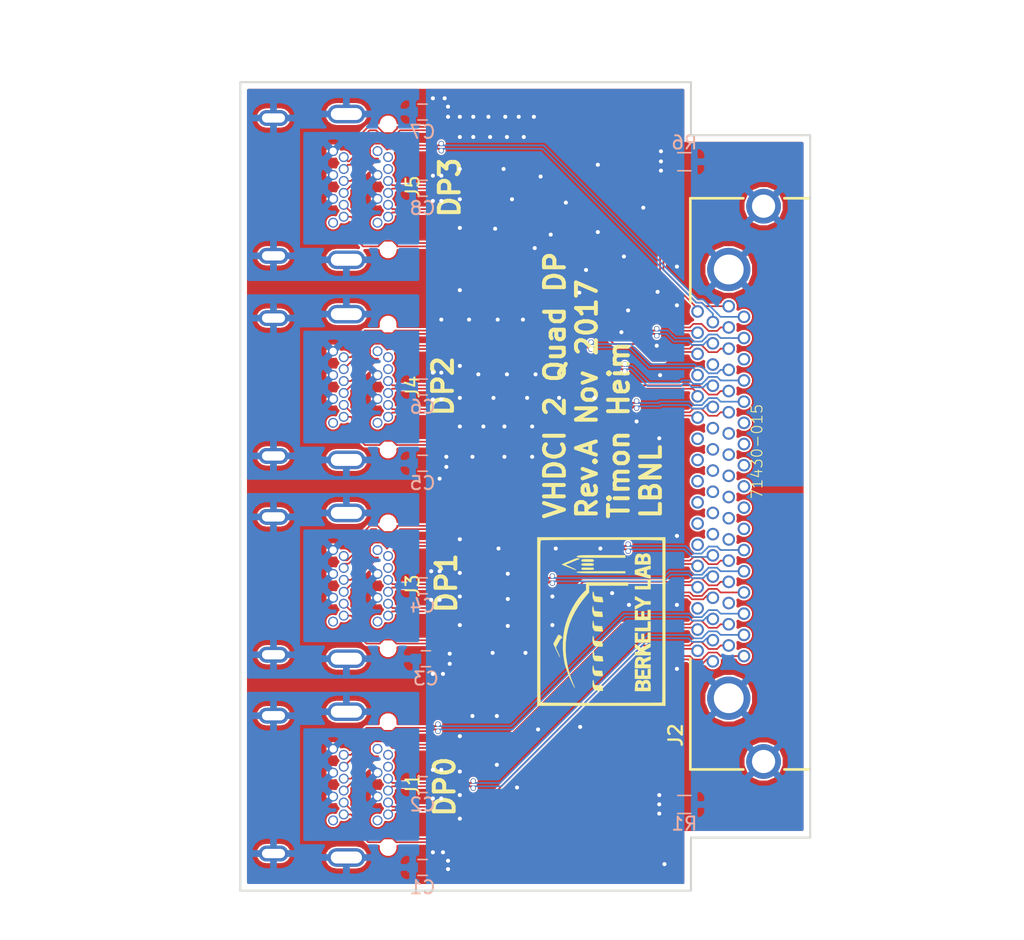
<source format=kicad_pcb>
(kicad_pcb (version 4) (host pcbnew 4.0.6)
  (layers (0 F.Cu signal hide) (1 In1.Cu power) (2 In2.Cu power hide) (31 B.Cu signal hide) (34 B.Paste user) (35 F.Paste user) (36 B.SilkS user) (37 F.SilkS user) (38 B.Mask user) (39 F.Mask user hide) (44 Edge.Cuts user))
  (net 0 "")
  (net 1 GND)
  (net 2 /DP0_pwr_rtn)
  (net 3 "Net-(J1-Pad2)")
  (net 4 /DP0_ntc_p)
  (net 5 /DP0_ntc_n)
  (net 6 /DP0_pwr)
  (net 7 "Net-(J2-Pad6)")
  (net 8 "Net-(J2-Pad12)")
  (net 9 "Net-(J2-Pad13)")
  (net 10 "Net-(J2-Pad14)")
  (net 11 "Net-(J2-Pad15)")
  (net 12 "Net-(J2-Pad16)")
  (net 13 "Net-(J2-Pad17)")
  (net 14 "Net-(J2-Pad18)")
  (net 15 "Net-(J2-Pad19)")
  (net 16 "Net-(J2-Pad20)")
  (net 17 "Net-(J2-Pad21)")
  (net 18 "Net-(J2-Pad22)")
  (net 19 "Net-(J2-Pad23)")
  (net 20 "Net-(J2-Pad29)")
  (net 21 "Net-(J2-Pad40)")
  (net 22 "Net-(J2-Pad46)")
  (net 23 "Net-(J2-Pad47)")
  (net 24 "Net-(J2-Pad48)")
  (net 25 "Net-(J2-Pad49)")
  (net 26 "Net-(J2-Pad50)")
  (net 27 "Net-(J2-Pad51)")
  (net 28 "Net-(J2-Pad52)")
  (net 29 "Net-(J2-Pad53)")
  (net 30 "Net-(J2-Pad54)")
  (net 31 "Net-(J2-Pad55)")
  (net 32 "Net-(J2-Pad56)")
  (net 33 "Net-(J2-Pad57)")
  (net 34 "Net-(J2-Pad63)")
  (net 35 "Net-(J2-Pad69)")
  (net 36 "Net-(J2-Pad70)")
  (net 37 /DP1_pwr_rtn)
  (net 38 "Net-(J3-Pad2)")
  (net 39 /DP1_ntc_p)
  (net 40 /DP1_ntc_n)
  (net 41 /DP1_pwr)
  (net 42 /DP2_pwr_rtn)
  (net 43 "Net-(J4-Pad2)")
  (net 44 /DP2_ntc_p)
  (net 45 /DP2_ntc_n)
  (net 46 /DP2_pwr)
  (net 47 /DP3_pwr_rtn)
  (net 48 "Net-(J5-Pad2)")
  (net 49 /DP3_ntc_p)
  (net 50 /DP3_ntc_n)
  (net 51 /DP3_pwr)
  (net 52 /DP0_lane3_P)
  (net 53 /DP0_lane3_N)
  (net 54 /DP0_lane2_P)
  (net 55 /DP0_lane2_N)
  (net 56 /DP0_lane1_P)
  (net 57 /DP0_lane1_N)
  (net 58 /DP0_lane0_P)
  (net 59 /DP0_lane0_N)
  (net 60 /DP0_aux_P)
  (net 61 /DP0_aux_N)
  (net 62 /DP1_lane3_N)
  (net 63 /DP1_lane2_N)
  (net 64 /DP1_lane1_N)
  (net 65 /DP1_lane0_N)
  (net 66 /DP1_aux_N)
  (net 67 /DP1_lane3_P)
  (net 68 /DP1_lane2_P)
  (net 69 /DP1_lane1_P)
  (net 70 /DP1_lane0_P)
  (net 71 /DP1_aux_P)
  (net 72 /DP3_lane3_N)
  (net 73 /DP3_lane2_N)
  (net 74 /DP3_lane1_N)
  (net 75 /DP3_lane0_N)
  (net 76 /DP3_aux_N)
  (net 77 /DP2_lane3_P)
  (net 78 /DP2_lane1_P)
  (net 79 /DP2_lane0_P)
  (net 80 /DP2_aux_N)
  (net 81 /DP3_lane3_P)
  (net 82 /DP3_lane2_P)
  (net 83 /DP3_lane1_P)
  (net 84 /DP3_lane0_P)
  (net 85 /DP3_aux_P)
  (net 86 /DP2_lane2_P)
  (net 87 /DP2_aux_P)
  (net 88 /DP2_lane3_N)
  (net 89 /DP2_lane2_N)
  (net 90 /DP2_lane1_N)
  (net 91 /DP2_lane0_N)
  (net 92 /DP0_SHIELD)
  (net 93 /DP0_GND)
  (net 94 /DP1_SHIELD)
  (net 95 /DP1_GND)
  (net 96 /DP2_SHIELD)
  (net 97 /DP2_GND)
  (net 98 /DP3_SHIELD)
  (net 99 /DP3_GND)
  (module vhdci2dp:stitch_16_12 (layer F.Cu) (at 171.6405 92.6465)
    (fp_text reference REF** hide)
    (fp_text value stitch hide)
    (pad 1 thru_hole circle (at 0 0) (size 0.4064 0.4064) (drill 0.3048) (layers *.Cu) (net 1 GND))
  )
  (module vhdci2dp:stitch_16_12 (layer F.Cu) (at 166.878 97.2185)
    (fp_text reference REF** hide)
    (fp_text value stitch hide)
    (pad 1 thru_hole circle (at 0 0) (size 0.4064 0.4064) (drill 0.3048) (layers *.Cu) (net 1 GND))
  )
  (module vhdci2dp:stitch_16_12 (layer F.Cu) (at 177.6095 97.79)
    (fp_text reference REF** hide)
    (fp_text value stitch hide)
    (pad 1 thru_hole circle (at 0 0) (size 0.4064 0.4064) (drill 0.3048) (layers *.Cu) (net 1 GND))
  )
  (module vhdci2dp:stitch_16_12 (layer F.Cu) (at 177.6095 98.4885)
    (fp_text reference REF** hide)
    (fp_text value stitch hide)
    (pad 1 thru_hole circle (at 0 0) (size 0.4064 0.4064) (drill 0.3048) (layers *.Cu) (net 1 GND))
  )
  (module vhdci2dp:stitch_16_12 (layer F.Cu) (at 177.6095 99.187)
    (fp_text reference REF** hide)
    (fp_text value stitch hide)
    (pad 1 thru_hole circle (at 0 0) (size 0.4064 0.4064) (drill 0.3048) (layers *.Cu) (net 1 GND))
  )
  (module vhdci2dp:stitch_16_12 (layer F.Cu) (at 177.7365 50.673)
    (fp_text reference REF** hide)
    (fp_text value stitch hide)
    (pad 1 thru_hole circle (at 0 0) (size 0.4064 0.4064) (drill 0.3048) (layers *.Cu) (net 1 GND))
  )
  (module vhdci2dp:stitch_16_12 (layer F.Cu) (at 177.7365 49.2125)
    (fp_text reference REF** hide)
    (fp_text value stitch hide)
    (pad 1 thru_hole circle (at 0 0) (size 0.4064 0.4064) (drill 0.3048) (layers *.Cu) (net 1 GND))
  )
  (module vhdci2dp:stitch_16_12 (layer F.Cu) (at 177.7365 49.9745)
    (fp_text reference REF** hide)
    (fp_text value stitch hide)
    (pad 1 thru_hole circle (at 0 0) (size 0.4064 0.4064) (drill 0.3048) (layers *.Cu) (net 1 GND))
  )
  (module vhdci2dp:stitch_16_12 (layer F.Cu) (at 174.0535 82.55)
    (fp_text reference REF** hide)
    (fp_text value stitch hide)
    (pad 1 thru_hole circle (at 0 0) (size 0.4064 0.4064) (drill 0.3048) (layers *.Cu) (net 1 GND))
  )
  (module vhdci2dp:stitch_16_12 (layer F.Cu) (at 175.3235 83.439)
    (fp_text reference REF** hide)
    (fp_text value stitch hide)
    (pad 1 thru_hole circle (at 0 0) (size 0.4064 0.4064) (drill 0.3048) (layers *.Cu) (net 1 GND))
  )
  (module vhdci2dp:stitch_16_12 (layer F.Cu) (at 166.1795 85.0265)
    (fp_text reference REF** hide)
    (fp_text value stitch hide)
    (pad 1 thru_hole circle (at 0 0) (size 0.4064 0.4064) (drill 0.3048) (layers *.Cu) (net 1 GND))
  )
  (module vhdci2dp:stitch_16_12 (layer F.Cu) (at 169.545 84.963)
    (fp_text reference REF** hide)
    (fp_text value stitch hide)
    (pad 1 thru_hole circle (at 0 0) (size 0.4064 0.4064) (drill 0.3048) (layers *.Cu) (net 1 GND))
  )
  (module vhdci2dp:stitch_16_12 (layer F.Cu) (at 169.545 82.804)
    (fp_text reference REF** hide)
    (fp_text value stitch hide)
    (pad 1 thru_hole circle (at 0 0) (size 0.4064 0.4064) (drill 0.3048) (layers *.Cu) (net 1 GND))
  )
  (module vhdci2dp:stitch_16_12 (layer F.Cu) (at 166.1795 82.9945)
    (fp_text reference REF** hide)
    (fp_text value stitch hide)
    (pad 1 thru_hole circle (at 0 0) (size 0.4064 0.4064) (drill 0.3048) (layers *.Cu) (net 1 GND))
  )
  (module vhdci2dp:stitch_16_12 (layer F.Cu) (at 166.1795 81.0895)
    (fp_text reference REF** hide)
    (fp_text value stitch hide)
    (pad 1 thru_hole circle (at 0 0) (size 0.4064 0.4064) (drill 0.3048) (layers *.Cu) (net 1 GND))
  )
  (module vhdci2dp:stitch_16_12 (layer F.Cu) (at 169.799 79.1845)
    (fp_text reference REF** hide)
    (fp_text value stitch hide)
    (pad 1 thru_hole circle (at 0 0) (size 0.4064 0.4064) (drill 0.3048) (layers *.Cu) (net 1 GND))
  )
  (module vhdci2dp:stitch_16_12 (layer F.Cu) (at 165.481 79.1845)
    (fp_text reference REF** hide)
    (fp_text value stitch hide)
    (pad 1 thru_hole circle (at 0 0) (size 0.4064 0.4064) (drill 0.3048) (layers *.Cu) (net 1 GND))
  )
  (module vhdci2dp:stitch_16_12 (layer F.Cu) (at 172.974 50.2285)
    (fp_text reference REF** hide)
    (fp_text value stitch hide)
    (pad 1 thru_hole circle (at 0 0) (size 0.4064 0.4064) (drill 0.3048) (layers *.Cu) (net 1 GND))
  )
  (module vhdci2dp:stitch_16_12 (layer F.Cu) (at 176.403 53.467)
    (fp_text reference REF** hide)
    (fp_text value stitch hide)
    (pad 1 thru_hole circle (at 0 0) (size 0.4064 0.4064) (drill 0.3048) (layers *.Cu) (net 1 GND))
  )
  (module vhdci2dp:stitch_16_12 (layer F.Cu) (at 165.227 55.0545)
    (fp_text reference REF** hide)
    (fp_text value stitch hide)
    (pad 1 thru_hole circle (at 0 0) (size 0.4064 0.4064) (drill 0.3048) (layers *.Cu) (net 1 GND))
  )
  (module vhdci2dp:stitch_16_12 (layer F.Cu) (at 168.2115 56.515)
    (fp_text reference REF** hide)
    (fp_text value stitch hide)
    (pad 1 thru_hole circle (at 0 0) (size 0.4064 0.4064) (drill 0.3048) (layers *.Cu) (net 1 GND))
  )
  (module vhdci2dp:stitch_16_12 (layer F.Cu) (at 171.577 59.8805)
    (fp_text reference REF** hide)
    (fp_text value stitch hide)
    (pad 1 thru_hole circle (at 0 0) (size 0.4064 0.4064) (drill 0.3048) (layers *.Cu) (net 1 GND))
  )
  (module vhdci2dp:stitch_16_12 (layer F.Cu) (at 174.752 62.865)
    (fp_text reference REF** hide)
    (fp_text value stitch hide)
    (pad 1 thru_hole circle (at 0 0) (size 0.4064 0.4064) (drill 0.3048) (layers *.Cu) (net 1 GND))
  )
  (module vhdci2dp:stitch_16_12 (layer F.Cu) (at 172.085 58.166)
    (fp_text reference REF** hide)
    (fp_text value stitch hide)
    (pad 1 thru_hole circle (at 0 0) (size 0.4064 0.4064) (drill 0.3048) (layers *.Cu) (net 1 GND))
  )
  (module vhdci2dp:stitch_16_12 (layer F.Cu) (at 169.418 55.499)
    (fp_text reference REF** hide)
    (fp_text value stitch hide)
    (pad 1 thru_hole circle (at 0 0) (size 0.4064 0.4064) (drill 0.3048) (layers *.Cu) (net 1 GND))
  )
  (module vhdci2dp:stitch_16_12 (layer F.Cu) (at 166.497 52.832)
    (fp_text reference REF** hide)
    (fp_text value stitch hide)
    (pad 1 thru_hole circle (at 0 0) (size 0.4064 0.4064) (drill 0.3048) (layers *.Cu) (net 1 GND))
  )
  (module vhdci2dp:stitch_16_12 (layer F.Cu) (at 165.862 50.546)
    (fp_text reference REF** hide)
    (fp_text value stitch hide)
    (pad 1 thru_hole circle (at 0 0) (size 0.4064 0.4064) (drill 0.3048) (layers *.Cu) (net 1 GND))
  )
  (module vhdci2dp:stitch_16_12 (layer F.Cu) (at 168.656 51.1175)
    (fp_text reference REF** hide)
    (fp_text value stitch hide)
    (pad 1 thru_hole circle (at 0 0) (size 0.4064 0.4064) (drill 0.3048) (layers *.Cu) (net 1 GND))
  )
  (module vhdci2dp:stitch_16_12 (layer F.Cu) (at 170.561 53.086)
    (fp_text reference REF** hide)
    (fp_text value stitch hide)
    (pad 1 thru_hole circle (at 0 0) (size 0.4064 0.4064) (drill 0.3048) (layers *.Cu) (net 1 GND))
  )
  (module vhdci2dp:stitch_16_12 (layer F.Cu) (at 172.974 55.3085)
    (fp_text reference REF** hide)
    (fp_text value stitch hide)
    (pad 1 thru_hole circle (at 0 0) (size 0.4064 0.4064) (drill 0.3048) (layers *.Cu) (net 1 GND))
  )
  (module vhdci2dp:stitch_16_12 (layer F.Cu) (at 174.9425 57.15)
    (fp_text reference REF** hide)
    (fp_text value stitch hide)
    (pad 1 thru_hole circle (at 0 0) (size 0.4064 0.4064) (drill 0.3048) (layers *.Cu) (net 1 GND))
  )
  (module vhdci2dp:stitch_16_12 (layer F.Cu) (at 177.4825 59.817)
    (fp_text reference REF** hide)
    (fp_text value stitch hide)
    (pad 1 thru_hole circle (at 0 0) (size 0.4064 0.4064) (drill 0.3048) (layers *.Cu) (net 1 GND))
  )
  (module vhdci2dp:stitch_16_12 (layer F.Cu) (at 167.513 87.0585)
    (fp_text reference REF** hide)
    (fp_text value stitch hide)
    (pad 1 thru_hole circle (at 0 0) (size 0.4064 0.4064) (drill 0.3048) (layers *.Cu) (net 1 GND))
  )
  (module vhdci2dp:stitch_16_12 (layer F.Cu) (at 165.0365 87.0585)
    (fp_text reference REF** hide)
    (fp_text value stitch hide)
    (pad 1 thru_hole circle (at 0 0) (size 0.4064 0.4064) (drill 0.3048) (layers *.Cu) (net 1 GND))
  )
  (module vhdci2dp:stitch_16_12 (layer F.Cu) (at 163.5125 91.821)
    (fp_text reference REF** hide)
    (fp_text value stitch hide)
    (pad 1 thru_hole circle (at 0 0) (size 0.4064 0.4064) (drill 0.3048) (layers *.Cu) (net 1 GND))
  )
  (module vhdci2dp:stitch_16_12 (layer F.Cu) (at 165.354 91.821)
    (fp_text reference REF** hide)
    (fp_text value stitch hide)
    (pad 1 thru_hole circle (at 0 0) (size 0.4064 0.4064) (drill 0.3048) (layers *.Cu) (net 1 GND))
  )
  (module vhdci2dp:stitch_16_12 (layer F.Cu) (at 165.354 95.504)
    (fp_text reference REF** hide)
    (fp_text value stitch hide)
    (pad 1 thru_hole circle (at 0 0) (size 0.4064 0.4064) (drill 0.3048) (layers *.Cu) (net 1 GND))
  )
  (module vhdci2dp:stitch_16_12 (layer F.Cu) (at 168.4655 92.837)
    (fp_text reference REF** hide)
    (fp_text value stitch hide)
    (pad 1 thru_hole circle (at 0 0) (size 0.4064 0.4064) (drill 0.3048) (layers *.Cu) (net 1 GND))
  )
  (module vhdci2dp:stitch_16_12 (layer F.Cu) (at 178.943 88.265)
    (fp_text reference REF** hide)
    (fp_text value stitch hide)
    (pad 1 thru_hole circle (at 0 0) (size 0.4064 0.4064) (drill 0.3048) (layers *.Cu) (net 1 GND))
  )
  (module vhdci2dp:stitch_16_12 (layer F.Cu) (at 178.943 83.439)
    (fp_text reference REF** hide)
    (fp_text value stitch hide)
    (pad 1 thru_hole circle (at 0 0) (size 0.4064 0.4064) (drill 0.3048) (layers *.Cu) (net 1 GND))
  )
  (module vhdci2dp:stitch_16_12 (layer F.Cu) (at 178.943 78.232)
    (fp_text reference REF** hide)
    (fp_text value stitch hide)
    (pad 1 thru_hole circle (at 0 0) (size 0.4064 0.4064) (drill 0.3048) (layers *.Cu) (net 1 GND))
  )
  (module vhdci2dp:stitch_16_12 (layer F.Cu) (at 173.1645 79.1845)
    (fp_text reference REF** hide)
    (fp_text value stitch hide)
    (pad 1 thru_hole circle (at 0 0) (size 0.4064 0.4064) (drill 0.3048) (layers *.Cu) (net 1 GND))
  )
  (module vhdci2dp:stitch_16_12 (layer F.Cu) (at 167.3225 61.9125)
    (fp_text reference REF** hide)
    (fp_text value stitch hide)
    (pad 1 thru_hole circle (at 0 0) (size 0.4064 0.4064) (drill 0.3048) (layers *.Cu) (net 1 GND))
  )
  (module vhdci2dp:stitch_16_12 (layer F.Cu) (at 165.4175 61.9125)
    (fp_text reference REF** hide)
    (fp_text value stitch hide)
    (pad 1 thru_hole circle (at 0 0) (size 0.4064 0.4064) (drill 0.3048) (layers *.Cu) (net 1 GND))
  )
  (module vhdci2dp:stitch_16_12 (layer F.Cu) (at 163.2585 61.9125)
    (fp_text reference REF** hide)
    (fp_text value stitch hide)
    (pad 1 thru_hole circle (at 0 0) (size 0.4064 0.4064) (drill 0.3048) (layers *.Cu) (net 1 GND))
  )
  (module vhdci2dp:stitch_16_12 (layer F.Cu) (at 161.163 61.9125)
    (fp_text reference REF** hide)
    (fp_text value stitch hide)
    (pad 1 thru_hole circle (at 0 0) (size 0.4064 0.4064) (drill 0.3048) (layers *.Cu) (net 1 GND))
  )
  (module vhdci2dp:stitch_16_12 (layer F.Cu) (at 168.021 72.263)
    (fp_text reference REF** hide)
    (fp_text value stitch hide)
    (pad 1 thru_hole circle (at 0 0) (size 0.4064 0.4064) (drill 0.3048) (layers *.Cu) (net 1 GND))
  )
  (module vhdci2dp:stitch_16_12 (layer F.Cu) (at 165.9255 72.263)
    (fp_text reference REF** hide)
    (fp_text value stitch hide)
    (pad 1 thru_hole circle (at 0 0) (size 0.4064 0.4064) (drill 0.3048) (layers *.Cu) (net 1 GND))
  )
  (module vhdci2dp:stitch_16_12 (layer F.Cu) (at 168.021 69.977)
    (fp_text reference REF** hide)
    (fp_text value stitch hide)
    (pad 1 thru_hole circle (at 0 0) (size 0.4064 0.4064) (drill 0.3048) (layers *.Cu) (net 1 GND))
  )
  (module vhdci2dp:stitch_16_12 (layer F.Cu) (at 165.9255 69.977)
    (fp_text reference REF** hide)
    (fp_text value stitch hide)
    (pad 1 thru_hole circle (at 0 0) (size 0.4064 0.4064) (drill 0.3048) (layers *.Cu) (net 1 GND))
  )
  (module vhdci2dp:stitch_16_12 (layer F.Cu) (at 164.338 69.977)
    (fp_text reference REF** hide)
    (fp_text value stitch hide)
    (pad 1 thru_hole circle (at 0 0) (size 0.4064 0.4064) (drill 0.3048) (layers *.Cu) (net 1 GND))
  )
  (module vhdci2dp:stitch_16_12 (layer F.Cu) (at 163.5125 72.263)
    (fp_text reference REF** hide)
    (fp_text value stitch hide)
    (pad 1 thru_hole circle (at 0 0) (size 0.4064 0.4064) (drill 0.3048) (layers *.Cu) (net 1 GND))
  )
  (module vhdci2dp:stitch_16_12 (layer F.Cu) (at 177.6095 70.866)
    (fp_text reference REF** hide)
    (fp_text value stitch hide)
    (pad 1 thru_hole circle (at 0 0) (size 0.4064 0.4064) (drill 0.3048) (layers *.Cu) (net 1 GND))
  )
  (module vhdci2dp:stitch_16_12 (layer F.Cu) (at 175.895 69.596)
    (fp_text reference REF** hide)
    (fp_text value stitch hide)
    (pad 1 thru_hole circle (at 0 0) (size 0.4064 0.4064) (drill 0.3048) (layers *.Cu) (net 1 GND))
  )
  (module vhdci2dp:stitch_16_12 (layer F.Cu) (at 177.673 66.1035)
    (fp_text reference REF** hide)
    (fp_text value stitch hide)
    (pad 1 thru_hole circle (at 0 0) (size 0.4064 0.4064) (drill 0.3048) (layers *.Cu) (net 1 GND))
  )
  (module vhdci2dp:stitch_16_12 (layer F.Cu) (at 172.72 67.818)
    (fp_text reference REF** hide)
    (fp_text value stitch hide)
    (pad 1 thru_hole circle (at 0 0) (size 0.4064 0.4064) (drill 0.3048) (layers *.Cu) (net 1 GND))
  )
  (module vhdci2dp:stitch_16_12 (layer F.Cu) (at 170.053 67.818)
    (fp_text reference REF** hide)
    (fp_text value stitch hide)
    (pad 1 thru_hole circle (at 0 0) (size 0.4064 0.4064) (drill 0.3048) (layers *.Cu) (net 1 GND))
  )
  (module vhdci2dp:stitch_16_12 (layer F.Cu) (at 167.64 67.818)
    (fp_text reference REF** hide)
    (fp_text value stitch hide)
    (pad 1 thru_hole circle (at 0 0) (size 0.4064 0.4064) (drill 0.3048) (layers *.Cu) (net 1 GND))
  )
  (module vhdci2dp:stitch_16_12 (layer F.Cu) (at 165.1 67.818)
    (fp_text reference REF** hide)
    (fp_text value stitch hide)
    (pad 1 thru_hole circle (at 0 0) (size 0.4064 0.4064) (drill 0.3048) (layers *.Cu) (net 1 GND))
  )
  (module vhdci2dp:stitch_16_12 (layer F.Cu) (at 168.275 66.04)
    (fp_text reference REF** hide)
    (fp_text value stitch hide)
    (pad 1 thru_hole circle (at 0 0) (size 0.4064 0.4064) (drill 0.3048) (layers *.Cu) (net 1 GND))
  )
  (module vhdci2dp:stitch_16_12 (layer F.Cu) (at 166.116 66.04)
    (fp_text reference REF** hide)
    (fp_text value stitch hide)
    (pad 1 thru_hole circle (at 0 0) (size 0.4064 0.4064) (drill 0.3048) (layers *.Cu) (net 1 GND))
  )
  (module vhdci2dp:stitch_16_12 (layer F.Cu) (at 163.957 66.04)
    (fp_text reference REF** hide)
    (fp_text value stitch hide)
    (pad 1 thru_hole circle (at 0 0) (size 0.4064 0.4064) (drill 0.3048) (layers *.Cu) (net 1 GND))
  )
  (module vhdci2dp:stitch_16_12 (layer F.Cu) (at 175.26 61.214)
    (fp_text reference REF** hide)
    (fp_text value stitch hide)
    (pad 1 thru_hole circle (at 0 0) (size 0.4064 0.4064) (drill 0.3048) (layers *.Cu) (net 1 GND))
  )
  (module vhdci2dp:stitch_16_12 (layer F.Cu) (at 177.419 63.881)
    (fp_text reference REF** hide)
    (fp_text value stitch hide)
    (pad 1 thru_hole circle (at 0 0) (size 0.4064 0.4064) (drill 0.3048) (layers *.Cu) (net 1 GND))
  )
  (module vhdci2dp:stitch_16_12 (layer F.Cu) (at 178.943 60.833)
    (fp_text reference REF** hide)
    (fp_text value stitch hide)
    (pad 1 thru_hole circle (at 0 0) (size 0.4064 0.4064) (drill 0.3048) (layers *.Cu) (net 1 GND))
  )
  (module vhdci2dp:stitch_16_12 (layer F.Cu) (at 178.943 57.912)
    (fp_text reference REF** hide)
    (fp_text value stitch hide)
    (pad 1 thru_hole circle (at 0 0) (size 0.4064 0.4064) (drill 0.3048) (layers *.Cu) (net 1 GND))
  )
  (module vhdci2dp:stitch_16_12 (layer F.Cu) (at 167.386 48.133)
    (fp_text reference REF** hide)
    (fp_text value stitch hide)
    (pad 1 thru_hole circle (at 0 0) (size 0.4064 0.4064) (drill 0.3048) (layers *.Cu) (net 1 GND))
  )
  (module vhdci2dp:stitch_16_12 (layer F.Cu) (at 166.116 48.133)
    (fp_text reference REF** hide)
    (fp_text value stitch hide)
    (pad 1 thru_hole circle (at 0 0) (size 0.4064 0.4064) (drill 0.3048) (layers *.Cu) (net 1 GND))
  )
  (module vhdci2dp:stitch_16_12 (layer F.Cu) (at 164.846 48.133)
    (fp_text reference REF** hide)
    (fp_text value stitch hide)
    (pad 1 thru_hole circle (at 0 0) (size 0.4064 0.4064) (drill 0.3048) (layers *.Cu) (net 1 GND))
  )
  (module vhdci2dp:stitch_16_12 (layer F.Cu) (at 163.576 48.133)
    (fp_text reference REF** hide)
    (fp_text value stitch hide)
    (pad 1 thru_hole circle (at 0 0) (size 0.4064 0.4064) (drill 0.3048) (layers *.Cu) (net 1 GND))
  )
  (module vhdci2dp:stitch_16_12 (layer F.Cu) (at 168.148 46.609)
    (fp_text reference REF** hide)
    (fp_text value stitch hide)
    (pad 1 thru_hole circle (at 0 0) (size 0.4064 0.4064) (drill 0.3048) (layers *.Cu) (net 1 GND))
  )
  (module vhdci2dp:stitch_16_12 (layer F.Cu) (at 167.005 46.609)
    (fp_text reference REF** hide)
    (fp_text value stitch hide)
    (pad 1 thru_hole circle (at 0 0) (size 0.4064 0.4064) (drill 0.3048) (layers *.Cu) (net 1 GND))
  )
  (module vhdci2dp:stitch_16_12 (layer F.Cu) (at 165.989 46.609)
    (fp_text reference REF** hide)
    (fp_text value stitch hide)
    (pad 1 thru_hole circle (at 0 0) (size 0.4064 0.4064) (drill 0.3048) (layers *.Cu) (net 1 GND))
  )
  (module vhdci2dp:stitch_16_12 (layer F.Cu) (at 164.719 46.609)
    (fp_text reference REF** hide)
    (fp_text value stitch hide)
    (pad 1 thru_hole circle (at 0 0) (size 0.4064 0.4064) (drill 0.3048) (layers *.Cu) (net 1 GND))
  )
  (module vhdci2dp:stitch_16_12 (layer F.Cu) (at 163.576 46.609)
    (fp_text reference REF** hide)
    (fp_text value stitch hide)
    (pad 1 thru_hole circle (at 0 0) (size 0.4064 0.4064) (drill 0.3048) (layers *.Cu) (net 1 GND))
  )
  (module vhdci2dp:stitch_16_12 (layer F.Cu) (at 162.56 46.609)
    (fp_text reference REF** hide)
    (fp_text value stitch hide)
    (pad 1 thru_hole circle (at 0 0) (size 0.4064 0.4064) (drill 0.3048) (layers *.Cu) (net 1 GND))
  )
  (module vhdci2dp:stitch_16_12 (layer F.Cu) (at 161.671 103.378)
    (fp_text reference REF** hide)
    (fp_text value stitch hide)
    (pad 1 thru_hole circle (at 0 0) (size 0.4064 0.4064) (drill 0.3048) (layers *.Cu) (net 1 GND))
  )
  (module vhdci2dp:stitch_16_12 (layer F.Cu) (at 161.671 102.743)
    (fp_text reference REF** hide)
    (fp_text value stitch hide)
    (pad 1 thru_hole circle (at 0 0) (size 0.4064 0.4064) (drill 0.3048) (layers *.Cu) (net 1 GND))
  )
  (module vhdci2dp:stitch_16_12 (layer F.Cu) (at 161.29 102.108)
    (fp_text reference REF** hide)
    (fp_text value stitch hide)
    (pad 1 thru_hole circle (at 0 0) (size 0.4064 0.4064) (drill 0.3048) (layers *.Cu) (net 1 GND))
  )
  (module vhdci2dp:stitch_16_12 (layer F.Cu) (at 160.528 102.108)
    (fp_text reference REF** hide)
    (fp_text value stitch hide)
    (pad 1 thru_hole circle (at 0 0) (size 0.4064 0.4064) (drill 0.3048) (layers *.Cu) (net 1 GND))
  )
  (module vhdci2dp:stitch_16_12 (layer F.Cu) (at 160.528 98.044)
    (fp_text reference REF** hide)
    (fp_text value stitch hide)
    (pad 1 thru_hole circle (at 0 0) (size 0.4064 0.4064) (drill 0.3048) (layers *.Cu) (net 1 GND))
  )
  (module vhdci2dp:stitch_16_12 (layer F.Cu) (at 161.163 98.044)
    (fp_text reference REF** hide)
    (fp_text value stitch hide)
    (pad 1 thru_hole circle (at 0 0) (size 0.4064 0.4064) (drill 0.3048) (layers *.Cu) (net 1 GND))
  )
  (module vhdci2dp:stitch_16_12 (layer F.Cu) (at 161.163 95.885)
    (fp_text reference REF** hide)
    (fp_text value stitch hide)
    (pad 1 thru_hole circle (at 0 0) (size 0.4064 0.4064) (drill 0.3048) (layers *.Cu) (net 1 GND))
  )
  (module vhdci2dp:stitch_16_12 (layer F.Cu) (at 160.528 95.885)
    (fp_text reference REF** hide)
    (fp_text value stitch hide)
    (pad 1 thru_hole circle (at 0 0) (size 0.4064 0.4064) (drill 0.3048) (layers *.Cu) (net 1 GND))
  )
  (module vhdci2dp:stitch_16_12 (layer F.Cu) (at 160.528 88.646)
    (fp_text reference REF** hide)
    (fp_text value stitch hide)
    (pad 1 thru_hole circle (at 0 0) (size 0.4064 0.4064) (drill 0.3048) (layers *.Cu) (net 1 GND))
  )
  (module vhdci2dp:stitch_16_12 (layer F.Cu) (at 161.29 88.646)
    (fp_text reference REF** hide)
    (fp_text value stitch hide)
    (pad 1 thru_hole circle (at 0 0) (size 0.4064 0.4064) (drill 0.3048) (layers *.Cu) (net 1 GND))
  )
  (module vhdci2dp:stitch_16_12 (layer F.Cu) (at 161.798 87.884)
    (fp_text reference REF** hide)
    (fp_text value stitch hide)
    (pad 1 thru_hole circle (at 0 0) (size 0.4064 0.4064) (drill 0.3048) (layers *.Cu) (net 1 GND))
  )
  (module vhdci2dp:stitch_16_12 (layer F.Cu) (at 161.798 87.122)
    (fp_text reference REF** hide)
    (fp_text value stitch hide)
    (pad 1 thru_hole circle (at 0 0) (size 0.4064 0.4064) (drill 0.3048) (layers *.Cu) (net 1 GND))
  )
  (module vhdci2dp:stitch_16_12 (layer F.Cu) (at 161.036 83.058)
    (fp_text reference REF** hide)
    (fp_text value stitch hide)
    (pad 1 thru_hole circle (at 0 0) (size 0.4064 0.4064) (drill 0.3048) (layers *.Cu) (net 1 GND))
  )
  (module vhdci2dp:stitch_16_12 (layer F.Cu) (at 160.401 83.058)
    (fp_text reference REF** hide)
    (fp_text value stitch hide)
    (pad 1 thru_hole circle (at 0 0) (size 0.4064 0.4064) (drill 0.3048) (layers *.Cu) (net 1 GND))
  )
  (module vhdci2dp:stitch_16_12 (layer F.Cu) (at 161.036 80.899)
    (fp_text reference REF** hide)
    (fp_text value stitch hide)
    (pad 1 thru_hole circle (at 0 0) (size 0.4064 0.4064) (drill 0.3048) (layers *.Cu) (net 1 GND))
  )
  (module vhdci2dp:stitch_16_12 (layer F.Cu) (at 160.401 80.899)
    (fp_text reference REF** hide)
    (fp_text value stitch hide)
    (pad 1 thru_hole circle (at 0 0) (size 0.4064 0.4064) (drill 0.3048) (layers *.Cu) (net 1 GND))
  )
  (module vhdci2dp:stitch_16_12 (layer F.Cu) (at 161.036 73.914)
    (fp_text reference REF** hide)
    (fp_text value stitch hide)
    (pad 1 thru_hole circle (at 0 0) (size 0.4064 0.4064) (drill 0.3048) (layers *.Cu) (net 1 GND))
  )
  (module vhdci2dp:stitch_16_12 (layer F.Cu) (at 161.544 73.025)
    (fp_text reference REF** hide)
    (fp_text value stitch hide)
    (pad 1 thru_hole circle (at 0 0) (size 0.4064 0.4064) (drill 0.3048) (layers *.Cu) (net 1 GND))
  )
  (module vhdci2dp:stitch_16_12 (layer F.Cu) (at 161.544 72.263)
    (fp_text reference REF** hide)
    (fp_text value stitch hide)
    (pad 1 thru_hole circle (at 0 0) (size 0.4064 0.4064) (drill 0.3048) (layers *.Cu) (net 1 GND))
  )
  (module vhdci2dp:stitch_16_12 (layer F.Cu) (at 161.163 67.945)
    (fp_text reference REF** hide)
    (fp_text value stitch hide)
    (pad 1 thru_hole circle (at 0 0) (size 0.4064 0.4064) (drill 0.3048) (layers *.Cu) (net 1 GND))
  )
  (module vhdci2dp:stitch_16_12 (layer F.Cu) (at 160.528 67.945)
    (fp_text reference REF** hide)
    (fp_text value stitch hide)
    (pad 1 thru_hole circle (at 0 0) (size 0.4064 0.4064) (drill 0.3048) (layers *.Cu) (net 1 GND))
  )
  (module vhdci2dp:stitch_16_12 (layer F.Cu) (at 161.163 65.913)
    (fp_text reference REF** hide)
    (fp_text value stitch hide)
    (pad 1 thru_hole circle (at 0 0) (size 0.4064 0.4064) (drill 0.3048) (layers *.Cu) (net 1 GND))
  )
  (module vhdci2dp:stitch_16_12 (layer F.Cu) (at 160.528 65.913)
    (fp_text reference REF** hide)
    (fp_text value stitch hide)
    (pad 1 thru_hole circle (at 0 0) (size 0.4064 0.4064) (drill 0.3048) (layers *.Cu) (net 1 GND))
  )
  (module vhdci2dp:stitch_16_12 (layer F.Cu) (at 161.163 52.959)
    (fp_text reference REF** hide)
    (fp_text value stitch hide)
    (pad 1 thru_hole circle (at 0 0) (size 0.4064 0.4064) (drill 0.3048) (layers *.Cu) (net 1 GND))
  )
  (module vhdci2dp:stitch_16_12 (layer F.Cu) (at 161.163 51.054)
    (fp_text reference REF** hide)
    (fp_text value stitch hide)
    (pad 1 thru_hole circle (at 0 0) (size 0.4064 0.4064) (drill 0.3048) (layers *.Cu) (net 1 GND))
  )
  (module vhdci2dp:stitch_16_12 (layer F.Cu) (at 161.671 46.609)
    (fp_text reference REF** hide)
    (fp_text value stitch hide)
    (pad 1 thru_hole circle (at 0 0) (size 0.4064 0.4064) (drill 0.3048) (layers *.Cu) (net 1 GND))
  )
  (module vhdci2dp:stitch_16_12 (layer F.Cu) (at 161.671 45.847)
    (fp_text reference REF** hide)
    (fp_text value stitch hide)
    (pad 1 thru_hole circle (at 0 0) (size 0.4064 0.4064) (drill 0.3048) (layers *.Cu) (net 1 GND))
  )
  (module vhdci2dp:stitch_16_12 (layer F.Cu) (at 161.417 45.212)
    (fp_text reference REF** hide)
    (fp_text value stitch hide)
    (pad 1 thru_hole circle (at 0 0) (size 0.4064 0.4064) (drill 0.3048) (layers *.Cu) (net 1 GND))
  )
  (module vhdci2dp:stitch_16_12 (layer F.Cu) (at 160.528 45.212)
    (fp_text reference REF** hide)
    (fp_text value stitch hide)
    (pad 1 thru_hole circle (at 0 0) (size 0.4064 0.4064) (drill 0.3048) (layers *.Cu) (net 1 GND))
  )
  (module vhdci2dp:stitch_16_12 (layer F.Cu) (at 160.528 52.959)
    (fp_text reference REF** hide)
    (fp_text value stitch hide)
    (pad 1 thru_hole circle (at 0 0) (size 0.4064 0.4064) (drill 0.3048) (layers *.Cu) (net 1 GND))
  )
  (module vhdci2dp:stitch_16_12 (layer F.Cu) (at 160.528 51.054)
    (fp_text reference REF** hide)
    (fp_text value stitch hide)
    (pad 1 thru_hole circle (at 0 0) (size 0.4064 0.4064) (drill 0.3048) (layers *.Cu) (net 1 GND))
  )
  (module vhdci2dp:stitch_16_12 (layer F.Cu) (at 162.56 48.133)
    (fp_text reference REF** hide)
    (fp_text value stitch hide)
    (pad 1 thru_hole circle (at 0 0) (size 0.4064 0.4064) (drill 0.3048) (layers *.Cu) (net 1 GND))
  )
  (module vhdci2dp:stitch_16_12 (layer F.Cu) (at 162.56 50.546)
    (fp_text reference REF** hide)
    (fp_text value stitch hide)
    (pad 1 thru_hole circle (at 0 0) (size 0.4064 0.4064) (drill 0.3048) (layers *.Cu) (net 1 GND))
  )
  (module vhdci2dp:stitch_16_12 (layer F.Cu) (at 162.56 52.832)
    (fp_text reference REF** hide)
    (fp_text value stitch hide)
    (pad 1 thru_hole circle (at 0 0) (size 0.4064 0.4064) (drill 0.3048) (layers *.Cu) (net 1 GND))
  )
  (module vhdci2dp:stitch_16_12 (layer F.Cu) (at 162.56 54.991)
    (fp_text reference REF** hide)
    (fp_text value stitch hide)
    (pad 1 thru_hole circle (at 0 0) (size 0.4064 0.4064) (drill 0.3048) (layers *.Cu) (net 1 GND))
  )
  (module vhdci2dp:stitch_16_12 (layer F.Cu) (at 162.56 59.69)
    (fp_text reference REF** hide)
    (fp_text value stitch hide)
    (pad 1 thru_hole circle (at 0 0) (size 0.4064 0.4064) (drill 0.3048) (layers *.Cu) (net 1 GND))
  )
  (module vhdci2dp:stitch_16_12 (layer F.Cu) (at 162.56 65.405)
    (fp_text reference REF** hide)
    (fp_text value stitch hide)
    (pad 1 thru_hole circle (at 0 0) (size 0.4064 0.4064) (drill 0.3048) (layers *.Cu) (net 1 GND))
  )
  (module vhdci2dp:stitch_16_12 (layer F.Cu) (at 162.56 67.818)
    (fp_text reference REF** hide)
    (fp_text value stitch hide)
    (pad 1 thru_hole circle (at 0 0) (size 0.4064 0.4064) (drill 0.3048) (layers *.Cu) (net 1 GND))
  )
  (module vhdci2dp:stitch_16_12 (layer F.Cu) (at 162.56 69.977)
    (fp_text reference REF** hide)
    (fp_text value stitch hide)
    (pad 1 thru_hole circle (at 0 0) (size 0.4064 0.4064) (drill 0.3048) (layers *.Cu) (net 1 GND))
  )
  (module vhdci2dp:stitch_16_12 (layer F.Cu) (at 162.56 84.963)
    (fp_text reference REF** hide)
    (fp_text value stitch hide)
    (pad 1 thru_hole circle (at 0 0) (size 0.4064 0.4064) (drill 0.3048) (layers *.Cu) (net 1 GND))
  )
  (module vhdci2dp:stitch_16_12 (layer F.Cu) (at 162.56 81.026)
    (fp_text reference REF** hide)
    (fp_text value stitch hide)
    (pad 1 thru_hole circle (at 0 0) (size 0.4064 0.4064) (drill 0.3048) (layers *.Cu) (net 1 GND))
  )
  (module vhdci2dp:stitch_16_12 (layer F.Cu) (at 162.56 78.486)
    (fp_text reference REF** hide)
    (fp_text value stitch hide)
    (pad 1 thru_hole circle (at 0 0) (size 0.4064 0.4064) (drill 0.3048) (layers *.Cu) (net 1 GND))
  )
  (module vhdci2dp:stitch_16_12 (layer F.Cu) (at 162.56 82.804)
    (fp_text reference REF** hide)
    (fp_text value stitch hide)
    (pad 1 thru_hole circle (at 0 0) (size 0.4064 0.4064) (drill 0.3048) (layers *.Cu) (net 1 GND))
  )
  (module vhdci2dp:stitch_16_12 (layer F.Cu) (at 162.56 99.568)
    (fp_text reference REF** hide)
    (fp_text value stitch hide)
    (pad 1 thru_hole circle (at 0 0) (size 0.4064 0.4064) (drill 0.3048) (layers *.Cu) (net 1 GND))
  )
  (module vhdci2dp:stitch_16_12 (layer F.Cu) (at 162.56 93.345)
    (fp_text reference REF** hide)
    (fp_text value stitch hide)
    (pad 1 thru_hole circle (at 0 0) (size 0.4064 0.4064) (drill 0.3048) (layers *.Cu) (net 1 GND))
  )
  (module vhdci2dp:stitch_16_12 (layer F.Cu) (at 162.56 96.012)
    (fp_text reference REF** hide)
    (fp_text value stitch hide)
    (pad 1 thru_hole circle (at 0 0) (size 0.4064 0.4064) (drill 0.3048) (layers *.Cu) (net 1 GND))
  )
  (module vhdci2dp:stitch_16_12 (layer F.Cu) (at 162.56 97.79)
    (fp_text reference REF** hide)
    (fp_text value stitch hide)
    (pad 1 thru_hole circle (at 0 0) (size 0.4064 0.4064) (drill 0.3048) (layers *.Cu) (net 1 GND))
  )
  (module Capacitors_SMD:C_0603 (layer B.Cu) (at 159.75 103.25)
    (fp_text reference C1 (at 0 1.5) (layer B.SilkS) (effects (justify mirror)))
    (fp_text value C)
    (pad 1 smd rect (at -0.75 0) (size 0.8 0.75) (layers B.Cu B.Paste B.Mask) (net 92 /DP0_SHIELD))
    (pad 2 smd rect (at 0.75 0) (size 0.8 0.75) (layers B.Cu B.Paste B.Mask) (net 1 GND))
  )
  (module Capacitors_SMD:C_0603 (layer B.Cu) (at 159.75 97)
    (fp_text reference C2 (at 0 1.5) (layer B.SilkS) (effects (justify mirror)))
    (fp_text value C)
    (pad 1 smd rect (at -0.75 0) (size 0.8 0.75) (layers B.Cu B.Paste B.Mask) (net 93 /DP0_GND))
    (pad 2 smd rect (at 0.75 0) (size 0.8 0.75) (layers B.Cu B.Paste B.Mask) (net 1 GND))
  )
  (module Capacitors_SMD:C_0603 (layer B.Cu) (at 160 87.5)
    (fp_text reference C3 (at 0 1.5) (layer B.SilkS) (effects (justify mirror)))
    (fp_text value C)
    (pad 1 smd rect (at -0.75 0) (size 0.8 0.75) (layers B.Cu B.Paste B.Mask) (net 94 /DP1_SHIELD))
    (pad 2 smd rect (at 0.75 0) (size 0.8 0.75) (layers B.Cu B.Paste B.Mask) (net 1 GND))
  )
  (module Capacitors_SMD:C_0603 (layer B.Cu) (at 159.75 82)
    (fp_text reference C4 (at 0 1.5) (layer B.SilkS) (effects (justify mirror)))
    (fp_text value C)
    (pad 1 smd rect (at -0.75 0) (size 0.8 0.75) (layers B.Cu B.Paste B.Mask) (net 95 /DP1_GND))
    (pad 2 smd rect (at 0.75 0) (size 0.8 0.75) (layers B.Cu B.Paste B.Mask) (net 1 GND))
  )
  (module Capacitors_SMD:C_0603 (layer B.Cu) (at 159.75 72.75)
    (fp_text reference C5 (at 0 1.5) (layer B.SilkS) (effects (justify mirror)))
    (fp_text value C)
    (pad 1 smd rect (at -0.75 0) (size 0.8 0.75) (layers B.Cu B.Paste B.Mask) (net 96 /DP2_SHIELD))
    (pad 2 smd rect (at 0.75 0) (size 0.8 0.75) (layers B.Cu B.Paste B.Mask) (net 1 GND))
  )
  (module Capacitors_SMD:C_0603 (layer B.Cu) (at 159.75 67)
    (fp_text reference C6 (at 0 1.5) (layer B.SilkS) (effects (justify mirror)))
    (fp_text value C)
    (pad 1 smd rect (at -0.75 0) (size 0.8 0.75) (layers B.Cu B.Paste B.Mask) (net 97 /DP2_GND))
    (pad 2 smd rect (at 0.75 0) (size 0.8 0.75) (layers B.Cu B.Paste B.Mask) (net 1 GND))
  )
  (module Capacitors_SMD:C_0603 (layer B.Cu) (at 159.75 46.25)
    (fp_text reference C7 (at 0 1.5) (layer B.SilkS) (effects (justify mirror)))
    (fp_text value C)
    (pad 1 smd rect (at -0.75 0) (size 0.8 0.75) (layers B.Cu B.Paste B.Mask) (net 98 /DP3_SHIELD))
    (pad 2 smd rect (at 0.75 0) (size 0.8 0.75) (layers B.Cu B.Paste B.Mask) (net 1 GND))
  )
  (module Capacitors_SMD:C_0603 (layer B.Cu) (at 159.75 52)
    (fp_text reference C8 (at 0 1.5) (layer B.SilkS) (effects (justify mirror)))
    (fp_text value C)
    (pad 1 smd rect (at -0.75 0) (size 0.8 0.75) (layers B.Cu B.Paste B.Mask) (net 99 /DP3_GND))
    (pad 2 smd rect (at 0.75 0) (size 0.8 0.75) (layers B.Cu B.Paste B.Mask) (net 1 GND))
  )
  (module Resistors_SMD:R_0603 (layer B.Cu) (at 179.5 98.5)
    (fp_text reference R1 (at 0 1.45) (layer B.SilkS) (effects (justify mirror)))
    (fp_text value R)
    (pad 1 smd rect (at -0.75 0) (size 0.5 0.9) (layers B.Cu B.Paste B.Mask) (net 1 GND))
    (pad 2 smd rect (at 0.75 0) (size 0.5 0.9) (layers B.Cu B.Paste B.Mask) (net 36 "Net-(J2-Pad70)"))
  )
  (module Resistors_SMD:R_0603 (layer B.Cu) (at 179.5 50 180)
    (fp_text reference R6 (at 0 1.45 180) (layer B.SilkS) (effects (justify mirror)))
    (fp_text value R)
    (pad 1 smd rect (at -0.75 0 180) (size 0.5 0.9) (layers B.Cu B.Paste B.Mask) (net 35 "Net-(J2-Pad69)"))
    (pad 2 smd rect (at 0.75 0 180) (size 0.5 0.9) (layers B.Cu B.Paste B.Mask) (net 1 GND))
  )
  (module vhdci2dp:con-molex-vhdci-71430-015 (layer F.Cu) (at 182.85192 74.30596 90)
    (fp_text reference J2 (at -18.95856 -4.00558 90) (layer F.SilkS) (effects (font (size 1.016 1.016) (thickness 0.1778))))
    (fp_text value 71430-015 (at 2.4384 2.1336 90) (layer F.SilkS) (effects (font (size 0.8128 0.8128) (thickness 0.0762))))
    (pad 1 thru_hole circle (at 13.0048 -2.3495 90) (size 0.95 0.95) (drill 0.65) (layers *.Cu *.Paste *.Mask) (net 72 /DP3_lane3_N))
    (pad 2 thru_hole circle (at 12.2047 -1.19888 90) (size 0.95 0.95) (drill 0.65) (layers *.Cu *.Paste *.Mask) (net 73 /DP3_lane2_N))
    (pad 3 thru_hole circle (at 11.4046 -2.3495 90) (size 0.95 0.95) (drill 0.65) (layers *.Cu *.Paste *.Mask) (net 75 /DP3_lane0_N))
    (pad 4 thru_hole circle (at 10.6045 -1.19888 90) (size 0.95 0.95) (drill 0.65) (layers *.Cu *.Paste *.Mask) (net 76 /DP3_aux_N))
    (pad 5 thru_hole circle (at 9.8044 -2.3495 90) (size 0.95 0.95) (drill 0.65) (layers *.Cu *.Paste *.Mask) (net 74 /DP3_lane1_N))
    (pad 6 thru_hole circle (at 9.0043 -1.19888 90) (size 0.95 0.95) (drill 0.65) (layers *.Cu *.Paste *.Mask) (net 7 "Net-(J2-Pad6)"))
    (pad 7 thru_hole circle (at 8.2042 -2.3495 90) (size 0.95 0.95) (drill 0.65) (layers *.Cu *.Paste *.Mask) (net 88 /DP2_lane3_N))
    (pad 8 thru_hole circle (at 7.4041 -1.19888 90) (size 0.95 0.95) (drill 0.65) (layers *.Cu *.Paste *.Mask) (net 89 /DP2_lane2_N))
    (pad 9 thru_hole circle (at 6.604 -2.3495 90) (size 0.95 0.95) (drill 0.65) (layers *.Cu *.Paste *.Mask) (net 91 /DP2_lane0_N))
    (pad 10 thru_hole circle (at 5.8039 -1.19888 90) (size 0.95 0.95) (drill 0.65) (layers *.Cu *.Paste *.Mask) (net 80 /DP2_aux_N))
    (pad 11 thru_hole circle (at 5.0038 -2.3495 90) (size 0.95 0.95) (drill 0.65) (layers *.Cu *.Paste *.Mask) (net 90 /DP2_lane1_N))
    (pad 12 thru_hole circle (at 4.2037 -1.19888 90) (size 0.95 0.95) (drill 0.65) (layers *.Cu *.Paste *.Mask) (net 8 "Net-(J2-Pad12)"))
    (pad 13 thru_hole circle (at 3.4036 -2.3495 90) (size 0.95 0.95) (drill 0.65) (layers *.Cu *.Paste *.Mask) (net 9 "Net-(J2-Pad13)"))
    (pad 14 thru_hole circle (at 2.6035 -1.19888 90) (size 0.95 0.95) (drill 0.65) (layers *.Cu *.Paste *.Mask) (net 10 "Net-(J2-Pad14)"))
    (pad 15 thru_hole circle (at 1.8034 -2.3495 90) (size 0.95 0.95) (drill 0.65) (layers *.Cu *.Paste *.Mask) (net 11 "Net-(J2-Pad15)"))
    (pad 16 thru_hole circle (at 1.0033 -1.19888 90) (size 0.95 0.95) (drill 0.65) (layers *.Cu *.Paste *.Mask) (net 12 "Net-(J2-Pad16)"))
    (pad 17 thru_hole circle (at 0.2032 -2.3495 90) (size 0.95 0.95) (drill 0.65) (layers *.Cu *.Paste *.Mask) (net 13 "Net-(J2-Pad17)"))
    (pad 18 thru_hole circle (at -0.59436 -1.19888 90) (size 0.95 0.95) (drill 0.65) (layers *.Cu *.Paste *.Mask) (net 14 "Net-(J2-Pad18)"))
    (pad 19 thru_hole circle (at -1.39446 -2.3495 90) (size 0.95 0.95) (drill 0.65) (layers *.Cu *.Paste *.Mask) (net 15 "Net-(J2-Pad19)"))
    (pad 20 thru_hole circle (at -2.19456 -1.19888 90) (size 0.95 0.95) (drill 0.65) (layers *.Cu *.Paste *.Mask) (net 16 "Net-(J2-Pad20)"))
    (pad 21 thru_hole circle (at -2.99466 -2.3495 90) (size 0.95 0.95) (drill 0.65) (layers *.Cu *.Paste *.Mask) (net 17 "Net-(J2-Pad21)"))
    (pad 22 thru_hole circle (at -3.79476 -1.19888 90) (size 0.95 0.95) (drill 0.65) (layers *.Cu *.Paste *.Mask) (net 18 "Net-(J2-Pad22)"))
    (pad 23 thru_hole circle (at -4.59486 -2.3495 90) (size 0.95 0.95) (drill 0.65) (layers *.Cu *.Paste *.Mask) (net 19 "Net-(J2-Pad23)"))
    (pad 24 thru_hole circle (at -5.39496 -1.19888 90) (size 0.95 0.95) (drill 0.65) (layers *.Cu *.Paste *.Mask) (net 62 /DP1_lane3_N))
    (pad 25 thru_hole circle (at -6.19252 -2.3495 90) (size 0.95 0.95) (drill 0.65) (layers *.Cu *.Paste *.Mask) (net 63 /DP1_lane2_N))
    (pad 26 thru_hole circle (at -6.99262 -1.19888 90) (size 0.95 0.95) (drill 0.65) (layers *.Cu *.Paste *.Mask) (net 65 /DP1_lane0_N))
    (pad 27 thru_hole circle (at -7.79272 -2.3495 90) (size 0.95 0.95) (drill 0.65) (layers *.Cu *.Paste *.Mask) (net 66 /DP1_aux_N))
    (pad 28 thru_hole circle (at -8.59282 -1.19888 90) (size 0.95 0.95) (drill 0.65) (layers *.Cu *.Paste *.Mask) (net 64 /DP1_lane1_N))
    (pad 29 thru_hole circle (at -9.39292 -2.3495 90) (size 0.95 0.95) (drill 0.65) (layers *.Cu *.Paste *.Mask) (net 20 "Net-(J2-Pad29)"))
    (pad 30 thru_hole circle (at -10.19302 -1.19888 90) (size 0.95 0.95) (drill 0.65) (layers *.Cu *.Paste *.Mask) (net 53 /DP0_lane3_N))
    (pad 31 thru_hole circle (at -10.99312 -2.3495 90) (size 0.95 0.95) (drill 0.65) (layers *.Cu *.Paste *.Mask) (net 55 /DP0_lane2_N))
    (pad 32 thru_hole circle (at -11.79322 -1.19888 90) (size 0.95 0.95) (drill 0.65) (layers *.Cu *.Paste *.Mask) (net 59 /DP0_lane0_N))
    (pad 33 thru_hole circle (at -12.59332 -2.3495 90) (size 0.95 0.95) (drill 0.65) (layers *.Cu *.Paste *.Mask) (net 61 /DP0_aux_N))
    (pad 34 thru_hole circle (at -13.39342 -1.19888 90) (size 0.95 0.95) (drill 0.65) (layers *.Cu *.Paste *.Mask) (net 57 /DP0_lane1_N))
    (pad 35 thru_hole circle (at 13.40358 0 90) (size 0.95 0.95) (drill 0.65) (layers *.Cu *.Paste *.Mask) (net 81 /DP3_lane3_P))
    (pad 36 thru_hole circle (at 12.60348 1.14808 90) (size 0.95 0.95) (drill 0.65) (layers *.Cu *.Paste *.Mask) (net 82 /DP3_lane2_P))
    (pad 37 thru_hole circle (at 11.80338 0 90) (size 0.95 0.95) (drill 0.65) (layers *.Cu *.Paste *.Mask) (net 84 /DP3_lane0_P))
    (pad 38 thru_hole circle (at 11.00328 1.14808 90) (size 0.95 0.95) (drill 0.65) (layers *.Cu *.Paste *.Mask) (net 85 /DP3_aux_P))
    (pad 39 thru_hole circle (at 10.20318 0 90) (size 0.95 0.95) (drill 0.65) (layers *.Cu *.Paste *.Mask) (net 83 /DP3_lane1_P))
    (pad 40 thru_hole circle (at 9.40308 1.14808 90) (size 0.95 0.95) (drill 0.65) (layers *.Cu *.Paste *.Mask) (net 21 "Net-(J2-Pad40)"))
    (pad 41 thru_hole circle (at 8.60298 0 90) (size 0.95 0.95) (drill 0.65) (layers *.Cu *.Paste *.Mask) (net 77 /DP2_lane3_P))
    (pad 42 thru_hole circle (at 7.80288 1.14808 90) (size 0.95 0.95) (drill 0.65) (layers *.Cu *.Paste *.Mask) (net 86 /DP2_lane2_P))
    (pad 43 thru_hole circle (at 7.00278 0 90) (size 0.95 0.95) (drill 0.65) (layers *.Cu *.Paste *.Mask) (net 79 /DP2_lane0_P))
    (pad 44 thru_hole circle (at 6.20268 1.14808 90) (size 0.95 0.95) (drill 0.65) (layers *.Cu *.Paste *.Mask) (net 87 /DP2_aux_P))
    (pad 45 thru_hole circle (at 5.40258 0 90) (size 0.95 0.95) (drill 0.65) (layers *.Cu *.Paste *.Mask) (net 78 /DP2_lane1_P))
    (pad 46 thru_hole circle (at 4.60248 1.14808 90) (size 0.95 0.95) (drill 0.65) (layers *.Cu *.Paste *.Mask) (net 22 "Net-(J2-Pad46)"))
    (pad 47 thru_hole circle (at 3.80492 0 90) (size 0.95 0.95) (drill 0.65) (layers *.Cu *.Paste *.Mask) (net 23 "Net-(J2-Pad47)"))
    (pad 48 thru_hole circle (at 3.00482 1.14808 90) (size 0.95 0.95) (drill 0.65) (layers *.Cu *.Paste *.Mask) (net 24 "Net-(J2-Pad48)"))
    (pad 49 thru_hole circle (at 2.20472 0 90) (size 0.95 0.95) (drill 0.65) (layers *.Cu *.Paste *.Mask) (net 25 "Net-(J2-Pad49)"))
    (pad 50 thru_hole circle (at 1.40462 1.14808 90) (size 0.95 0.95) (drill 0.65) (layers *.Cu *.Paste *.Mask) (net 26 "Net-(J2-Pad50)"))
    (pad 51 thru_hole circle (at 0.60452 0 90) (size 0.95 0.95) (drill 0.65) (layers *.Cu *.Paste *.Mask) (net 27 "Net-(J2-Pad51)"))
    (pad 52 thru_hole circle (at -0.19304 1.14808 90) (size 0.95 0.95) (drill 0.65) (layers *.Cu *.Paste *.Mask) (net 28 "Net-(J2-Pad52)"))
    (pad 53 thru_hole circle (at -0.99314 0 90) (size 0.95 0.95) (drill 0.65) (layers *.Cu *.Paste *.Mask) (net 29 "Net-(J2-Pad53)"))
    (pad 54 thru_hole circle (at -1.79324 1.14808 90) (size 0.95 0.95) (drill 0.65) (layers *.Cu *.Paste *.Mask) (net 30 "Net-(J2-Pad54)"))
    (pad 55 thru_hole circle (at -2.59334 0 90) (size 0.95 0.95) (drill 0.65) (layers *.Cu *.Paste *.Mask) (net 31 "Net-(J2-Pad55)"))
    (pad 56 thru_hole circle (at -3.39344 1.14808 90) (size 0.95 0.95) (drill 0.65) (layers *.Cu *.Paste *.Mask) (net 32 "Net-(J2-Pad56)"))
    (pad 57 thru_hole circle (at -4.19354 0 90) (size 0.95 0.95) (drill 0.65) (layers *.Cu *.Paste *.Mask) (net 33 "Net-(J2-Pad57)"))
    (pad 58 thru_hole circle (at -4.99364 1.14808 90) (size 0.95 0.95) (drill 0.65) (layers *.Cu *.Paste *.Mask) (net 67 /DP1_lane3_P))
    (pad 59 thru_hole circle (at -5.79374 0 90) (size 0.95 0.95) (drill 0.65) (layers *.Cu *.Paste *.Mask) (net 68 /DP1_lane2_P))
    (pad 60 thru_hole circle (at -6.59384 1.14808 90) (size 0.95 0.95) (drill 0.65) (layers *.Cu *.Paste *.Mask) (net 70 /DP1_lane0_P))
    (pad 61 thru_hole circle (at -7.39394 0 90) (size 0.95 0.95) (drill 0.65) (layers *.Cu *.Paste *.Mask) (net 71 /DP1_aux_P))
    (pad 62 thru_hole circle (at -8.19404 1.14808 90) (size 0.95 0.95) (drill 0.65) (layers *.Cu *.Paste *.Mask) (net 69 /DP1_lane1_P))
    (pad 63 thru_hole circle (at -8.99414 0 90) (size 0.95 0.95) (drill 0.65) (layers *.Cu *.Paste *.Mask) (net 34 "Net-(J2-Pad63)"))
    (pad 64 thru_hole circle (at -9.79424 1.14808 90) (size 0.95 0.95) (drill 0.65) (layers *.Cu *.Paste *.Mask) (net 52 /DP0_lane3_P))
    (pad 65 thru_hole circle (at -10.59434 0 90) (size 0.95 0.95) (drill 0.65) (layers *.Cu *.Paste *.Mask) (net 54 /DP0_lane2_P))
    (pad 66 thru_hole circle (at -11.39444 1.14808 90) (size 0.95 0.95) (drill 0.65) (layers *.Cu *.Paste *.Mask) (net 58 /DP0_lane0_P))
    (pad 67 thru_hole circle (at -12.19454 0 90) (size 0.95 0.95) (drill 0.65) (layers *.Cu *.Paste *.Mask) (net 60 /DP0_aux_P))
    (pad 68 thru_hole circle (at -12.99464 1.14808 90) (size 0.95 0.95) (drill 0.65) (layers *.Cu *.Paste *.Mask) (net 56 /DP0_lane1_P))
    (pad 69 thru_hole circle (at 16.17472 0 90) (size 3.2639 3.2639) (drill 2.2479) (layers *.Cu *.Paste *.Mask) (net 35 "Net-(J2-Pad69)"))
    (pad 70 thru_hole circle (at -16.17472 0 90) (size 3.2639 3.2639) (drill 2.2479) (layers *.Cu *.Paste *.Mask) (net 36 "Net-(J2-Pad70)"))
    (pad 70 thru_hole circle (at -20.94992 2.6289 90) (size 2.62382 2.62382) (drill 1.74752) (layers *.Cu *.Paste *.Mask) (net 36 "Net-(J2-Pad70)"))
    (pad 69 thru_hole circle (at 20.94992 2.6289 90) (size 2.62382 2.62382) (drill 1.74752) (layers *.Cu *.Paste *.Mask) (net 35 "Net-(J2-Pad69)"))
  )
  (module vhdci2dp:stitch_16_12 (layer F.Cu) (at 178 103)
    (fp_text reference REF** hide)
    (fp_text value stitch hide)
    (pad 1 thru_hole circle (at 0 0) (size 0.4064 0.4064) (drill 0.3048) (layers *.Cu) (net 1 GND))
  )
  (module vhdci2dp:MiniDP (layer F.Cu) (at 153 97 270)
    (fp_text reference J1 (at 0 -6 270) (layer F.SilkS))
    (fp_text value MiniDP)
    (pad "" np_thru_hole circle (at -4.75 -4.15 270) (size 1 1) (drill 1) (layers *.Cu *.Mask))
    (pad 21 thru_hole oval (at -5.5 -1 270) (size 1.4 2.85) (drill oval 0.9 2.35) (layers *.Cu *.Mask) (net 92 /DP0_SHIELD))
    (pad 22 thru_hole oval (at 5.5 -1 270) (size 1.4 2.85) (drill oval 0.9 2.35) (layers *.Cu *.Mask) (net 92 /DP0_SHIELD))
    (pad 21 thru_hole oval (at -5.2 4.5 270) (size 1.2 2.25) (drill oval 0.7 1.74) (layers *.Cu *.Mask) (net 92 /DP0_SHIELD))
    (pad 1 thru_hole circle (at -2.7 0 270) (size 0.75 0.75) (drill 0.55) (layers *.Cu *.Mask) (net 93 /DP0_GND))
    (pad 3 thru_hole circle (at -2.25 -0.8 270) (size 0.75 0.75) (drill 0.55) (layers *.Cu *.Mask) (net 52 /DP0_lane3_P))
    (pad 7 thru_hole circle (at -0.9 0 270) (size 0.75 0.75) (drill 0.55) (layers *.Cu *.Mask) (net 93 /DP0_GND))
    (pad 19 thru_hole circle (at 2.7 0 270) (size 0.75 0.75) (drill 0.55) (layers *.Cu *.Mask) (net 2 /DP0_pwr_rtn))
    (pad 13 thru_hole circle (at 0.9 0 270) (size 0.75 0.75) (drill 0.55) (layers *.Cu *.Mask) (net 93 /DP0_GND))
    (pad 5 thru_hole circle (at -1.35 -0.8 270) (size 0.75 0.75) (drill 0.55) (layers *.Cu *.Mask) (net 53 /DP0_lane3_N))
    (pad 9 thru_hole circle (at -0.45 -0.8 270) (size 0.75 0.75) (drill 0.55) (layers *.Cu *.Mask) (net 54 /DP0_lane2_P))
    (pad 11 thru_hole circle (at 0.45 -0.8 270) (size 0.75 0.75) (drill 0.55) (layers *.Cu *.Mask) (net 55 /DP0_lane2_N))
    (pad 15 thru_hole circle (at 1.35 -0.8 270) (size 0.75 0.75) (drill 0.55) (layers *.Cu *.Mask) (net 56 /DP0_lane1_P))
    (pad 17 thru_hole circle (at 2.25 -0.8 270) (size 0.75 0.75) (drill 0.55) (layers *.Cu *.Mask) (net 57 /DP0_lane1_N))
    (pad 2 thru_hole circle (at -2.7 -3.35 270) (size 0.75 0.75) (drill 0.55) (layers *.Cu *.Mask) (net 3 "Net-(J1-Pad2)"))
    (pad 4 thru_hole circle (at -2.25 -4.15 270) (size 0.75 0.75) (drill 0.55) (layers *.Cu *.Mask) (net 4 /DP0_ntc_p))
    (pad 8 thru_hole circle (at -0.9 -3.35 270) (size 0.75 0.75) (drill 0.55) (layers *.Cu *.Mask) (net 93 /DP0_GND))
    (pad 6 thru_hole circle (at -1.35 -4.15 270) (size 0.75 0.75) (drill 0.55) (layers *.Cu *.Mask) (net 5 /DP0_ntc_n))
    (pad 10 thru_hole circle (at -0.45 -4.15 270) (size 0.75 0.75) (drill 0.55) (layers *.Cu *.Mask) (net 58 /DP0_lane0_P))
    (pad 20 thru_hole circle (at 2.7 -3.35 270) (size 0.75 0.75) (drill 0.55) (layers *.Cu *.Mask) (net 6 /DP0_pwr))
    (pad 14 thru_hole circle (at 0.9 -3.35 270) (size 0.75 0.75) (drill 0.55) (layers *.Cu *.Mask) (net 93 /DP0_GND))
    (pad 12 thru_hole circle (at 0.45 -4.15 270) (size 0.75 0.75) (drill 0.55) (layers *.Cu *.Mask) (net 59 /DP0_lane0_N))
    (pad 16 thru_hole circle (at 1.35 -4.15 270) (size 0.75 0.75) (drill 0.55) (layers *.Cu *.Mask) (net 60 /DP0_aux_P))
    (pad 18 thru_hole circle (at 2.25 -4.15 270) (size 0.75 0.75) (drill 0.55) (layers *.Cu *.Mask) (net 61 /DP0_aux_N))
    (pad 22 thru_hole oval (at 5.2 4.5 270) (size 1.2 2.25) (drill oval 0.7 1.74) (layers *.Cu *.Mask) (net 92 /DP0_SHIELD))
    (pad "" np_thru_hole circle (at 4.75 -4.15 270) (size 1 1) (drill 1) (layers *.Cu *.Mask))
  )
  (module vhdci2dp:MiniDP (layer F.Cu) (at 153 82 270)
    (fp_text reference J3 (at 0 -6 270) (layer F.SilkS))
    (fp_text value MiniDP)
    (pad "" np_thru_hole circle (at -4.75 -4.15 270) (size 1 1) (drill 1) (layers *.Cu *.Mask))
    (pad 21 thru_hole oval (at -5.5 -1 270) (size 1.4 2.85) (drill oval 0.9 2.35) (layers *.Cu *.Mask) (net 94 /DP1_SHIELD))
    (pad 22 thru_hole oval (at 5.5 -1 270) (size 1.4 2.85) (drill oval 0.9 2.35) (layers *.Cu *.Mask) (net 94 /DP1_SHIELD))
    (pad 21 thru_hole oval (at -5.2 4.5 270) (size 1.2 2.25) (drill oval 0.7 1.74) (layers *.Cu *.Mask) (net 94 /DP1_SHIELD))
    (pad 1 thru_hole circle (at -2.7 0 270) (size 0.75 0.75) (drill 0.55) (layers *.Cu *.Mask) (net 95 /DP1_GND))
    (pad 3 thru_hole circle (at -2.25 -0.8 270) (size 0.75 0.75) (drill 0.55) (layers *.Cu *.Mask) (net 67 /DP1_lane3_P))
    (pad 7 thru_hole circle (at -0.9 0 270) (size 0.75 0.75) (drill 0.55) (layers *.Cu *.Mask) (net 95 /DP1_GND))
    (pad 19 thru_hole circle (at 2.7 0 270) (size 0.75 0.75) (drill 0.55) (layers *.Cu *.Mask) (net 37 /DP1_pwr_rtn))
    (pad 13 thru_hole circle (at 0.9 0 270) (size 0.75 0.75) (drill 0.55) (layers *.Cu *.Mask) (net 95 /DP1_GND))
    (pad 5 thru_hole circle (at -1.35 -0.8 270) (size 0.75 0.75) (drill 0.55) (layers *.Cu *.Mask) (net 62 /DP1_lane3_N))
    (pad 9 thru_hole circle (at -0.45 -0.8 270) (size 0.75 0.75) (drill 0.55) (layers *.Cu *.Mask) (net 68 /DP1_lane2_P))
    (pad 11 thru_hole circle (at 0.45 -0.8 270) (size 0.75 0.75) (drill 0.55) (layers *.Cu *.Mask) (net 63 /DP1_lane2_N))
    (pad 15 thru_hole circle (at 1.35 -0.8 270) (size 0.75 0.75) (drill 0.55) (layers *.Cu *.Mask) (net 69 /DP1_lane1_P))
    (pad 17 thru_hole circle (at 2.25 -0.8 270) (size 0.75 0.75) (drill 0.55) (layers *.Cu *.Mask) (net 64 /DP1_lane1_N))
    (pad 2 thru_hole circle (at -2.7 -3.35 270) (size 0.75 0.75) (drill 0.55) (layers *.Cu *.Mask) (net 38 "Net-(J3-Pad2)"))
    (pad 4 thru_hole circle (at -2.25 -4.15 270) (size 0.75 0.75) (drill 0.55) (layers *.Cu *.Mask) (net 39 /DP1_ntc_p))
    (pad 8 thru_hole circle (at -0.9 -3.35 270) (size 0.75 0.75) (drill 0.55) (layers *.Cu *.Mask) (net 95 /DP1_GND))
    (pad 6 thru_hole circle (at -1.35 -4.15 270) (size 0.75 0.75) (drill 0.55) (layers *.Cu *.Mask) (net 40 /DP1_ntc_n))
    (pad 10 thru_hole circle (at -0.45 -4.15 270) (size 0.75 0.75) (drill 0.55) (layers *.Cu *.Mask) (net 70 /DP1_lane0_P))
    (pad 20 thru_hole circle (at 2.7 -3.35 270) (size 0.75 0.75) (drill 0.55) (layers *.Cu *.Mask) (net 41 /DP1_pwr))
    (pad 14 thru_hole circle (at 0.9 -3.35 270) (size 0.75 0.75) (drill 0.55) (layers *.Cu *.Mask) (net 95 /DP1_GND))
    (pad 12 thru_hole circle (at 0.45 -4.15 270) (size 0.75 0.75) (drill 0.55) (layers *.Cu *.Mask) (net 65 /DP1_lane0_N))
    (pad 16 thru_hole circle (at 1.35 -4.15 270) (size 0.75 0.75) (drill 0.55) (layers *.Cu *.Mask) (net 71 /DP1_aux_P))
    (pad 18 thru_hole circle (at 2.25 -4.15 270) (size 0.75 0.75) (drill 0.55) (layers *.Cu *.Mask) (net 66 /DP1_aux_N))
    (pad 22 thru_hole oval (at 5.2 4.5 270) (size 1.2 2.25) (drill oval 0.7 1.74) (layers *.Cu *.Mask) (net 94 /DP1_SHIELD))
    (pad "" np_thru_hole circle (at 4.75 -4.15 270) (size 1 1) (drill 1) (layers *.Cu *.Mask))
  )
  (module vhdci2dp:MiniDP (layer F.Cu) (at 153 67 270)
    (fp_text reference J4 (at 0 -6 270) (layer F.SilkS))
    (fp_text value MiniDP)
    (pad "" np_thru_hole circle (at -4.75 -4.15 270) (size 1 1) (drill 1) (layers *.Cu *.Mask))
    (pad 21 thru_hole oval (at -5.5 -1 270) (size 1.4 2.85) (drill oval 0.9 2.35) (layers *.Cu *.Mask) (net 96 /DP2_SHIELD))
    (pad 22 thru_hole oval (at 5.5 -1 270) (size 1.4 2.85) (drill oval 0.9 2.35) (layers *.Cu *.Mask) (net 96 /DP2_SHIELD))
    (pad 21 thru_hole oval (at -5.2 4.5 270) (size 1.2 2.25) (drill oval 0.7 1.74) (layers *.Cu *.Mask) (net 96 /DP2_SHIELD))
    (pad 1 thru_hole circle (at -2.7 0 270) (size 0.75 0.75) (drill 0.55) (layers *.Cu *.Mask) (net 97 /DP2_GND))
    (pad 3 thru_hole circle (at -2.25 -0.8 270) (size 0.75 0.75) (drill 0.55) (layers *.Cu *.Mask) (net 77 /DP2_lane3_P))
    (pad 7 thru_hole circle (at -0.9 0 270) (size 0.75 0.75) (drill 0.55) (layers *.Cu *.Mask) (net 97 /DP2_GND))
    (pad 19 thru_hole circle (at 2.7 0 270) (size 0.75 0.75) (drill 0.55) (layers *.Cu *.Mask) (net 42 /DP2_pwr_rtn))
    (pad 13 thru_hole circle (at 0.9 0 270) (size 0.75 0.75) (drill 0.55) (layers *.Cu *.Mask) (net 97 /DP2_GND))
    (pad 5 thru_hole circle (at -1.35 -0.8 270) (size 0.75 0.75) (drill 0.55) (layers *.Cu *.Mask) (net 88 /DP2_lane3_N))
    (pad 9 thru_hole circle (at -0.45 -0.8 270) (size 0.75 0.75) (drill 0.55) (layers *.Cu *.Mask) (net 86 /DP2_lane2_P))
    (pad 11 thru_hole circle (at 0.45 -0.8 270) (size 0.75 0.75) (drill 0.55) (layers *.Cu *.Mask) (net 89 /DP2_lane2_N))
    (pad 15 thru_hole circle (at 1.35 -0.8 270) (size 0.75 0.75) (drill 0.55) (layers *.Cu *.Mask) (net 78 /DP2_lane1_P))
    (pad 17 thru_hole circle (at 2.25 -0.8 270) (size 0.75 0.75) (drill 0.55) (layers *.Cu *.Mask) (net 90 /DP2_lane1_N))
    (pad 2 thru_hole circle (at -2.7 -3.35 270) (size 0.75 0.75) (drill 0.55) (layers *.Cu *.Mask) (net 43 "Net-(J4-Pad2)"))
    (pad 4 thru_hole circle (at -2.25 -4.15 270) (size 0.75 0.75) (drill 0.55) (layers *.Cu *.Mask) (net 44 /DP2_ntc_p))
    (pad 8 thru_hole circle (at -0.9 -3.35 270) (size 0.75 0.75) (drill 0.55) (layers *.Cu *.Mask) (net 97 /DP2_GND))
    (pad 6 thru_hole circle (at -1.35 -4.15 270) (size 0.75 0.75) (drill 0.55) (layers *.Cu *.Mask) (net 45 /DP2_ntc_n))
    (pad 10 thru_hole circle (at -0.45 -4.15 270) (size 0.75 0.75) (drill 0.55) (layers *.Cu *.Mask) (net 79 /DP2_lane0_P))
    (pad 20 thru_hole circle (at 2.7 -3.35 270) (size 0.75 0.75) (drill 0.55) (layers *.Cu *.Mask) (net 46 /DP2_pwr))
    (pad 14 thru_hole circle (at 0.9 -3.35 270) (size 0.75 0.75) (drill 0.55) (layers *.Cu *.Mask) (net 97 /DP2_GND))
    (pad 12 thru_hole circle (at 0.45 -4.15 270) (size 0.75 0.75) (drill 0.55) (layers *.Cu *.Mask) (net 91 /DP2_lane0_N))
    (pad 16 thru_hole circle (at 1.35 -4.15 270) (size 0.75 0.75) (drill 0.55) (layers *.Cu *.Mask) (net 87 /DP2_aux_P))
    (pad 18 thru_hole circle (at 2.25 -4.15 270) (size 0.75 0.75) (drill 0.55) (layers *.Cu *.Mask) (net 80 /DP2_aux_N))
    (pad 22 thru_hole oval (at 5.2 4.5 270) (size 1.2 2.25) (drill oval 0.7 1.74) (layers *.Cu *.Mask) (net 96 /DP2_SHIELD))
    (pad "" np_thru_hole circle (at 4.75 -4.15 270) (size 1 1) (drill 1) (layers *.Cu *.Mask))
  )
  (module vhdci2dp:MiniDP (layer F.Cu) (at 153 51.9 270)
    (fp_text reference J5 (at 0 -6 270) (layer F.SilkS))
    (fp_text value MiniDP)
    (pad "" np_thru_hole circle (at -4.75 -4.15 270) (size 1 1) (drill 1) (layers *.Cu *.Mask))
    (pad 21 thru_hole oval (at -5.5 -1 270) (size 1.4 2.85) (drill oval 0.9 2.35) (layers *.Cu *.Mask) (net 98 /DP3_SHIELD))
    (pad 22 thru_hole oval (at 5.5 -1 270) (size 1.4 2.85) (drill oval 0.9 2.35) (layers *.Cu *.Mask) (net 98 /DP3_SHIELD))
    (pad 21 thru_hole oval (at -5.2 4.5 270) (size 1.2 2.25) (drill oval 0.7 1.74) (layers *.Cu *.Mask) (net 98 /DP3_SHIELD))
    (pad 1 thru_hole circle (at -2.7 0 270) (size 0.75 0.75) (drill 0.55) (layers *.Cu *.Mask) (net 99 /DP3_GND))
    (pad 3 thru_hole circle (at -2.25 -0.8 270) (size 0.75 0.75) (drill 0.55) (layers *.Cu *.Mask) (net 81 /DP3_lane3_P))
    (pad 7 thru_hole circle (at -0.9 0 270) (size 0.75 0.75) (drill 0.55) (layers *.Cu *.Mask) (net 99 /DP3_GND))
    (pad 19 thru_hole circle (at 2.7 0 270) (size 0.75 0.75) (drill 0.55) (layers *.Cu *.Mask) (net 47 /DP3_pwr_rtn))
    (pad 13 thru_hole circle (at 0.9 0 270) (size 0.75 0.75) (drill 0.55) (layers *.Cu *.Mask) (net 99 /DP3_GND))
    (pad 5 thru_hole circle (at -1.35 -0.8 270) (size 0.75 0.75) (drill 0.55) (layers *.Cu *.Mask) (net 72 /DP3_lane3_N))
    (pad 9 thru_hole circle (at -0.45 -0.8 270) (size 0.75 0.75) (drill 0.55) (layers *.Cu *.Mask) (net 82 /DP3_lane2_P))
    (pad 11 thru_hole circle (at 0.45 -0.8 270) (size 0.75 0.75) (drill 0.55) (layers *.Cu *.Mask) (net 73 /DP3_lane2_N))
    (pad 15 thru_hole circle (at 1.35 -0.8 270) (size 0.75 0.75) (drill 0.55) (layers *.Cu *.Mask) (net 83 /DP3_lane1_P))
    (pad 17 thru_hole circle (at 2.25 -0.8 270) (size 0.75 0.75) (drill 0.55) (layers *.Cu *.Mask) (net 74 /DP3_lane1_N))
    (pad 2 thru_hole circle (at -2.7 -3.35 270) (size 0.75 0.75) (drill 0.55) (layers *.Cu *.Mask) (net 48 "Net-(J5-Pad2)"))
    (pad 4 thru_hole circle (at -2.25 -4.15 270) (size 0.75 0.75) (drill 0.55) (layers *.Cu *.Mask) (net 49 /DP3_ntc_p))
    (pad 8 thru_hole circle (at -0.9 -3.35 270) (size 0.75 0.75) (drill 0.55) (layers *.Cu *.Mask) (net 99 /DP3_GND))
    (pad 6 thru_hole circle (at -1.35 -4.15 270) (size 0.75 0.75) (drill 0.55) (layers *.Cu *.Mask) (net 50 /DP3_ntc_n))
    (pad 10 thru_hole circle (at -0.45 -4.15 270) (size 0.75 0.75) (drill 0.55) (layers *.Cu *.Mask) (net 84 /DP3_lane0_P))
    (pad 20 thru_hole circle (at 2.7 -3.35 270) (size 0.75 0.75) (drill 0.55) (layers *.Cu *.Mask) (net 51 /DP3_pwr))
    (pad 14 thru_hole circle (at 0.9 -3.35 270) (size 0.75 0.75) (drill 0.55) (layers *.Cu *.Mask) (net 99 /DP3_GND))
    (pad 12 thru_hole circle (at 0.45 -4.15 270) (size 0.75 0.75) (drill 0.55) (layers *.Cu *.Mask) (net 75 /DP3_lane0_N))
    (pad 16 thru_hole circle (at 1.35 -4.15 270) (size 0.75 0.75) (drill 0.55) (layers *.Cu *.Mask) (net 85 /DP3_aux_P))
    (pad 18 thru_hole circle (at 2.25 -4.15 270) (size 0.75 0.75) (drill 0.55) (layers *.Cu *.Mask) (net 76 /DP3_aux_N))
    (pad 22 thru_hole oval (at 5.2 4.5 270) (size 1.2 2.25) (drill oval 0.7 1.74) (layers *.Cu *.Mask) (net 98 /DP3_SHIELD))
    (pad "" np_thru_hole circle (at 4.75 -4.15 270) (size 1 1) (drill 1) (layers *.Cu *.Mask))
  )
  (module lbnl_logo:lbnl_logo_large (layer F.Cu) (at 173.228 84.709 90)
    (fp_text reference G*** hide)
    (fp_text value LOGO hide)
  )
  (gr_text "VHDCI 2 Quad DP\nRev.A Nov 2017\nTimon Heim\nLBNL" (at 173.355 77.089 90) (layer F.SilkS) (effects (font (size 1.5 1.5) (thickness 0.3)) (justify left)))
  (gr_text DP3 (at 161.798 51.943 90) (layer F.SilkS) (effects (font (size 1.5 1.5) (thickness 0.3))))
  (gr_text DP2 (at 161.29 66.929 90) (layer F.SilkS) (effects (font (size 1.5 1.5) (thickness 0.3))))
  (gr_text DP1 (at 161.544 81.788 90) (layer F.SilkS) (effects (font (size 1.5 1.5) (thickness 0.3))))
  (gr_text DP0 (at 161.417 97.155 90) (layer F.SilkS) (effects (font (size 1.5 1.5) (thickness 0.3))))
  (gr_line (start 180 101) (end 189 101) (layer Edge.Cuts) (width 0.15))
  (gr_line (start 180 105) (end 180 101) (layer Edge.Cuts) (width 0.15))
  (gr_line (start 146 105) (end 180 105) (layer Edge.Cuts) (width 0.15))
  (gr_line (start 146 44) (end 146 105) (layer Edge.Cuts) (width 0.15))
  (gr_line (start 180 44) (end 146 44) (layer Edge.Cuts) (width 0.15))
  (gr_line (start 180 48) (end 180 44) (layer Edge.Cuts) (width 0.15))
  (gr_line (start 189 48) (end 180 48) (layer Edge.Cuts) (width 0.15))
  (gr_line (start 189 101) (end 189 48) (layer Edge.Cuts) (width 0.15))
  (segment (start 180.821861 84.364381) (end 180.987539 84.198703) (width 0.127) (layer B.Cu) (net 52))
  (segment (start 166.444395 92.583001) (end 174.927196 84.1002) (width 0.127) (layer B.Cu) (net 52))
  (segment (start 180.182979 84.364381) (end 180.821861 84.364381) (width 0.127) (layer B.Cu) (net 52))
  (segment (start 174.927196 84.1002) (end 179.918798 84.1002) (width 0.127) (layer B.Cu) (net 52))
  (segment (start 179.918798 84.1002) (end 180.182979 84.364381) (width 0.127) (layer B.Cu) (net 52))
  (segment (start 180.987539 84.198703) (end 180.987539 84.179539) (width 0.127) (layer B.Cu) (net 52))
  (segment (start 181.333599 83.833479) (end 181.972481 83.833479) (width 0.127) (layer B.Cu) (net 52))
  (segment (start 180.987539 84.179539) (end 181.333599 83.833479) (width 0.127) (layer B.Cu) (net 52))
  (segment (start 181.972481 83.833479) (end 182.239202 84.1002) (width 0.127) (layer B.Cu) (net 52))
  (segment (start 182.239202 84.1002) (end 184 84.1002) (width 0.127) (layer B.Cu) (net 52))
  (segment (start 160.909 92.4433) (end 161.048701 92.583001) (width 0.127) (layer B.Cu) (net 52))
  (segment (start 161.048701 92.583001) (end 166.444395 92.583001) (width 0.127) (layer B.Cu) (net 52))
  (via (at 160.909 92.4433) (size 0.4064) (drill 0.3048) (layers F.Cu B.Cu) (net 52))
  (segment (start 160.348396 92.71) (end 160.475395 92.583001) (width 0.127) (layer F.Cu) (net 52))
  (segment (start 160.475395 92.583001) (end 160.769299 92.583001) (width 0.127) (layer F.Cu) (net 52))
  (segment (start 160.769299 92.583001) (end 160.909 92.4433) (width 0.127) (layer F.Cu) (net 52))
  (segment (start 157.711942 92.71) (end 160.348396 92.71) (width 0.127) (layer F.Cu) (net 52))
  (segment (start 154.686 93.546396) (end 155.522396 92.71) (width 0.127) (layer F.Cu) (net 52))
  (segment (start 155.522396 92.71) (end 156.588058 92.71) (width 0.127) (layer F.Cu) (net 52))
  (segment (start 156.588058 92.71) (end 156.818559 92.940501) (width 0.127) (layer F.Cu) (net 52))
  (segment (start 156.818559 92.940501) (end 157.481441 92.940501) (width 0.127) (layer F.Cu) (net 52))
  (segment (start 157.481441 92.940501) (end 157.711942 92.71) (width 0.127) (layer F.Cu) (net 52))
  (segment (start 154.686 94.40479) (end 154.686 93.546396) (width 0.127) (layer F.Cu) (net 52))
  (segment (start 153.8 94.75) (end 154.34079 94.75) (width 0.127) (layer F.Cu) (net 52))
  (segment (start 154.34079 94.75) (end 154.686 94.40479) (width 0.127) (layer F.Cu) (net 52))
  (segment (start 180.077773 84.618372) (end 180.927067 84.618372) (width 0.127) (layer B.Cu) (net 53))
  (segment (start 181.19124 84.354199) (end 181.508259 84.354199) (width 0.127) (layer B.Cu) (net 53))
  (segment (start 175.032405 84.354199) (end 179.813601 84.354199) (width 0.127) (layer B.Cu) (net 53))
  (segment (start 166.549605 92.836999) (end 175.032405 84.354199) (width 0.127) (layer B.Cu) (net 53))
  (segment (start 179.813601 84.354199) (end 180.077773 84.618372) (width 0.127) (layer B.Cu) (net 53))
  (segment (start 180.927067 84.618372) (end 181.19124 84.354199) (width 0.127) (layer B.Cu) (net 53))
  (segment (start 181.508259 84.354199) (end 181.65304 84.49898) (width 0.127) (layer B.Cu) (net 53))
  (segment (start 160.909 92.9767) (end 161.048701 92.836999) (width 0.127) (layer B.Cu) (net 53))
  (segment (start 161.048701 92.836999) (end 166.549605 92.836999) (width 0.127) (layer B.Cu) (net 53))
  (via (at 160.909 92.9767) (size 0.4064) (drill 0.3048) (layers F.Cu B.Cu) (net 53))
  (segment (start 160.580605 92.836999) (end 160.769299 92.836999) (width 0.127) (layer F.Cu) (net 53))
  (segment (start 160.769299 92.836999) (end 160.909 92.9767) (width 0.127) (layer F.Cu) (net 53))
  (segment (start 160.453604 92.964) (end 160.580605 92.836999) (width 0.127) (layer F.Cu) (net 53))
  (segment (start 157.817138 92.964) (end 160.453604 92.964) (width 0.127) (layer F.Cu) (net 53))
  (segment (start 154.94 93.651604) (end 155.627604 92.964) (width 0.127) (layer F.Cu) (net 53))
  (segment (start 155.627604 92.964) (end 156.482862 92.964) (width 0.127) (layer F.Cu) (net 53))
  (segment (start 156.482862 92.964) (end 156.713353 93.194492) (width 0.127) (layer F.Cu) (net 53))
  (segment (start 156.713353 93.194492) (end 157.586647 93.194492) (width 0.127) (layer F.Cu) (net 53))
  (segment (start 157.586647 93.194492) (end 157.817138 92.964) (width 0.127) (layer F.Cu) (net 53))
  (segment (start 153.8 95.65) (end 154.94 94.51) (width 0.127) (layer F.Cu) (net 53))
  (segment (start 154.94 94.51) (end 154.94 93.651604) (width 0.127) (layer F.Cu) (net 53))
  (segment (start 155.872326 95.018465) (end 155.530508 94.676647) (width 0.127) (layer F.Cu) (net 54))
  (segment (start 154.34079 96.55) (end 155.872326 95.018465) (width 0.127) (layer F.Cu) (net 54))
  (segment (start 155.530508 93.923353) (end 155.973353 93.480508) (width 0.127) (layer F.Cu) (net 54))
  (segment (start 179.916258 84.9003) (end 180.182979 84.633579) (width 0.127) (layer F.Cu) (net 54))
  (segment (start 174.762096 84.9003) (end 179.916258 84.9003) (width 0.127) (layer F.Cu) (net 54))
  (segment (start 153.8 96.55) (end 154.34079 96.55) (width 0.127) (layer F.Cu) (net 54))
  (segment (start 165.682396 93.98) (end 174.762096 84.9003) (width 0.127) (layer F.Cu) (net 54))
  (segment (start 157.576139 93.98) (end 165.682396 93.98) (width 0.127) (layer F.Cu) (net 54))
  (segment (start 157.076647 93.480508) (end 157.576139 93.98) (width 0.127) (layer F.Cu) (net 54))
  (segment (start 180.802697 84.633579) (end 181.333599 85.164481) (width 0.127) (layer F.Cu) (net 54))
  (segment (start 180.182979 84.633579) (end 180.802697 84.633579) (width 0.127) (layer F.Cu) (net 54))
  (segment (start 155.530508 94.676647) (end 155.530508 93.923353) (width 0.127) (layer F.Cu) (net 54))
  (segment (start 155.973353 93.480508) (end 157.076647 93.480508) (width 0.127) (layer F.Cu) (net 54))
  (segment (start 181.333599 85.164481) (end 181.972481 85.164481) (width 0.127) (layer F.Cu) (net 54))
  (segment (start 181.972481 85.164481) (end 182.236662 84.9003) (width 0.127) (layer F.Cu) (net 54))
  (segment (start 182.236662 84.9003) (end 182.85192 84.9003) (width 0.127) (layer F.Cu) (net 54))
  (segment (start 155.784499 94.028559) (end 156.078559 93.734499) (width 0.127) (layer F.Cu) (net 55))
  (segment (start 156.078559 93.734499) (end 156.971441 93.734499) (width 0.127) (layer F.Cu) (net 55))
  (segment (start 174.867305 85.154299) (end 180.357639 85.154299) (width 0.127) (layer F.Cu) (net 55))
  (segment (start 180.357639 85.154299) (end 180.50242 85.29908) (width 0.127) (layer F.Cu) (net 55))
  (segment (start 156.971441 93.734499) (end 157.470942 94.234) (width 0.127) (layer F.Cu) (net 55))
  (segment (start 153.8 97.45) (end 156.384499 94.865501) (width 0.127) (layer F.Cu) (net 55))
  (segment (start 156.384499 94.865501) (end 156.078559 94.865501) (width 0.127) (layer F.Cu) (net 55))
  (segment (start 156.078559 94.865501) (end 155.784499 94.571441) (width 0.127) (layer F.Cu) (net 55))
  (segment (start 155.784499 94.571441) (end 155.784499 94.028559) (width 0.127) (layer F.Cu) (net 55))
  (segment (start 157.470942 94.234) (end 165.787604 94.234) (width 0.127) (layer F.Cu) (net 55))
  (segment (start 165.787604 94.234) (end 174.867305 85.154299) (width 0.127) (layer F.Cu) (net 55))
  (segment (start 155.127 100.464396) (end 155.754604 101.092) (width 0.127) (layer F.Cu) (net 56))
  (segment (start 155.127 99.677) (end 155.127 100.464396) (width 0.127) (layer F.Cu) (net 56))
  (segment (start 180.182979 87.564781) (end 180.821861 87.564781) (width 0.127) (layer F.Cu) (net 56))
  (segment (start 179.918798 87.3006) (end 180.182979 87.564781) (width 0.127) (layer F.Cu) (net 56))
  (segment (start 157.586647 100.805508) (end 157.873138 101.092) (width 0.127) (layer F.Cu) (net 56))
  (segment (start 153.8 98.35) (end 155.127 99.677) (width 0.127) (layer F.Cu) (net 56))
  (segment (start 156.426862 101.092) (end 156.713353 100.805508) (width 0.127) (layer F.Cu) (net 56))
  (segment (start 155.754604 101.092) (end 156.426862 101.092) (width 0.127) (layer F.Cu) (net 56))
  (segment (start 156.713353 100.805508) (end 157.586647 100.805508) (width 0.127) (layer F.Cu) (net 56))
  (segment (start 182.239202 87.3006) (end 184 87.3006) (width 0.127) (layer F.Cu) (net 56))
  (segment (start 181.972481 87.033879) (end 182.239202 87.3006) (width 0.127) (layer F.Cu) (net 56))
  (segment (start 157.873138 101.092) (end 164.158396 101.092) (width 0.127) (layer F.Cu) (net 56))
  (segment (start 164.158396 101.092) (end 177.949796 87.3006) (width 0.127) (layer F.Cu) (net 56))
  (segment (start 177.949796 87.3006) (end 179.918798 87.3006) (width 0.127) (layer F.Cu) (net 56))
  (segment (start 180.987539 87.379939) (end 181.333599 87.033879) (width 0.127) (layer F.Cu) (net 56))
  (segment (start 180.987539 87.399103) (end 180.987539 87.379939) (width 0.127) (layer F.Cu) (net 56))
  (segment (start 180.821861 87.564781) (end 180.987539 87.399103) (width 0.127) (layer F.Cu) (net 56))
  (segment (start 181.333599 87.033879) (end 181.972481 87.033879) (width 0.127) (layer F.Cu) (net 56))
  (segment (start 154.873 99.78221) (end 154.873 100.569604) (width 0.127) (layer F.Cu) (net 57))
  (segment (start 154.34079 99.25) (end 154.873 99.78221) (width 0.127) (layer F.Cu) (net 57))
  (segment (start 153.8 99.25) (end 154.34079 99.25) (width 0.127) (layer F.Cu) (net 57))
  (segment (start 154.873 100.569604) (end 155.649396 101.346) (width 0.127) (layer F.Cu) (net 57))
  (segment (start 155.649396 101.346) (end 156.532058 101.346) (width 0.127) (layer F.Cu) (net 57))
  (segment (start 156.532058 101.346) (end 156.818559 101.059499) (width 0.127) (layer F.Cu) (net 57))
  (segment (start 156.818559 101.059499) (end 157.481441 101.059499) (width 0.127) (layer F.Cu) (net 57))
  (segment (start 157.767942 101.346) (end 164.263604 101.346) (width 0.127) (layer F.Cu) (net 57))
  (segment (start 157.481441 101.059499) (end 157.767942 101.346) (width 0.127) (layer F.Cu) (net 57))
  (segment (start 180.927067 87.818772) (end 181.19124 87.554599) (width 0.127) (layer F.Cu) (net 57))
  (segment (start 180.077773 87.818772) (end 180.927067 87.818772) (width 0.127) (layer F.Cu) (net 57))
  (segment (start 179.813601 87.554599) (end 180.077773 87.818772) (width 0.127) (layer F.Cu) (net 57))
  (segment (start 178.055005 87.554599) (end 179.813601 87.554599) (width 0.127) (layer F.Cu) (net 57))
  (segment (start 164.263604 101.346) (end 178.055005 87.554599) (width 0.127) (layer F.Cu) (net 57))
  (segment (start 181.19124 87.554599) (end 181.508259 87.554599) (width 0.127) (layer F.Cu) (net 57))
  (segment (start 181.508259 87.554599) (end 181.65304 87.69938) (width 0.127) (layer F.Cu) (net 57))
  (segment (start 180.182979 85.964581) (end 180.821861 85.964581) (width 0.127) (layer B.Cu) (net 58))
  (segment (start 180.821861 85.964581) (end 180.987539 85.798903) (width 0.127) (layer B.Cu) (net 58))
  (segment (start 165.583395 96.873001) (end 176.755996 85.7004) (width 0.127) (layer B.Cu) (net 58))
  (segment (start 176.755996 85.7004) (end 179.918798 85.7004) (width 0.127) (layer B.Cu) (net 58))
  (segment (start 179.918798 85.7004) (end 180.182979 85.964581) (width 0.127) (layer B.Cu) (net 58))
  (segment (start 180.987539 85.779739) (end 181.333599 85.433679) (width 0.127) (layer B.Cu) (net 58))
  (segment (start 180.987539 85.798903) (end 180.987539 85.779739) (width 0.127) (layer B.Cu) (net 58))
  (segment (start 181.333599 85.433679) (end 181.972481 85.433679) (width 0.127) (layer B.Cu) (net 58))
  (segment (start 181.972481 85.433679) (end 182.239202 85.7004) (width 0.127) (layer B.Cu) (net 58))
  (segment (start 182.239202 85.7004) (end 184 85.7004) (width 0.127) (layer B.Cu) (net 58))
  (segment (start 163.576 96.7333) (end 163.715701 96.873001) (width 0.127) (layer B.Cu) (net 58))
  (segment (start 163.715701 96.873001) (end 165.583395 96.873001) (width 0.127) (layer B.Cu) (net 58))
  (via (at 163.576 96.7333) (size 0.4064) (drill 0.3048) (layers F.Cu B.Cu) (net 58))
  (segment (start 157.473001 96.873001) (end 163.436299 96.873001) (width 0.127) (layer F.Cu) (net 58))
  (segment (start 157.15 96.55) (end 157.473001 96.873001) (width 0.127) (layer F.Cu) (net 58))
  (segment (start 163.436299 96.873001) (end 163.576 96.7333) (width 0.127) (layer F.Cu) (net 58))
  (segment (start 180.077773 86.218572) (end 180.927067 86.218572) (width 0.127) (layer B.Cu) (net 59))
  (segment (start 181.508259 85.954399) (end 181.65304 86.09918) (width 0.127) (layer B.Cu) (net 59))
  (segment (start 165.688605 97.126999) (end 176.861205 85.954399) (width 0.127) (layer B.Cu) (net 59))
  (segment (start 179.813601 85.954399) (end 180.077773 86.218572) (width 0.127) (layer B.Cu) (net 59))
  (segment (start 176.861205 85.954399) (end 179.813601 85.954399) (width 0.127) (layer B.Cu) (net 59))
  (segment (start 180.927067 86.218572) (end 181.19124 85.954399) (width 0.127) (layer B.Cu) (net 59))
  (segment (start 181.19124 85.954399) (end 181.508259 85.954399) (width 0.127) (layer B.Cu) (net 59))
  (segment (start 163.576 97.2667) (end 163.715701 97.126999) (width 0.127) (layer B.Cu) (net 59))
  (segment (start 163.715701 97.126999) (end 165.688605 97.126999) (width 0.127) (layer B.Cu) (net 59))
  (via (at 163.576 97.2667) (size 0.4064) (drill 0.3048) (layers F.Cu B.Cu) (net 59))
  (segment (start 157.473001 97.126999) (end 163.436299 97.126999) (width 0.127) (layer F.Cu) (net 59))
  (segment (start 157.15 97.45) (end 157.473001 97.126999) (width 0.127) (layer F.Cu) (net 59))
  (segment (start 163.436299 97.126999) (end 163.576 97.2667) (width 0.127) (layer F.Cu) (net 59))
  (segment (start 181.972481 86.764681) (end 182.236662 86.5005) (width 0.127) (layer F.Cu) (net 60))
  (segment (start 157.15 98.35) (end 157.473001 98.673001) (width 0.127) (layer F.Cu) (net 60))
  (segment (start 180.802697 86.233779) (end 181.333599 86.764681) (width 0.127) (layer F.Cu) (net 60))
  (segment (start 157.473001 98.673001) (end 164.147395 98.673001) (width 0.127) (layer F.Cu) (net 60))
  (segment (start 182.236662 86.5005) (end 182.85192 86.5005) (width 0.127) (layer F.Cu) (net 60))
  (segment (start 164.147395 98.673001) (end 176.319896 86.5005) (width 0.127) (layer F.Cu) (net 60))
  (segment (start 176.319896 86.5005) (end 179.916258 86.5005) (width 0.127) (layer F.Cu) (net 60))
  (segment (start 180.182979 86.233779) (end 180.802697 86.233779) (width 0.127) (layer F.Cu) (net 60))
  (segment (start 179.916258 86.5005) (end 180.182979 86.233779) (width 0.127) (layer F.Cu) (net 60))
  (segment (start 181.333599 86.764681) (end 181.972481 86.764681) (width 0.127) (layer F.Cu) (net 60))
  (segment (start 164.252605 98.926999) (end 176.425105 86.754499) (width 0.127) (layer F.Cu) (net 61))
  (segment (start 176.425105 86.754499) (end 180.357639 86.754499) (width 0.127) (layer F.Cu) (net 61))
  (segment (start 157.15 99.25) (end 157.473001 98.926999) (width 0.127) (layer F.Cu) (net 61))
  (segment (start 157.473001 98.926999) (end 164.252605 98.926999) (width 0.127) (layer F.Cu) (net 61))
  (segment (start 180.357639 86.754499) (end 180.50242 86.89928) (width 0.127) (layer F.Cu) (net 61))
  (segment (start 175.26 79.3877) (end 175.399701 79.247999) (width 0.127) (layer B.Cu) (net 62))
  (segment (start 180.077773 79.820312) (end 181.311933 79.820312) (width 0.127) (layer B.Cu) (net 62))
  (segment (start 181.311933 79.820312) (end 181.65304 79.479205) (width 0.127) (layer B.Cu) (net 62))
  (segment (start 181.65304 79.479205) (end 181.65304 79.70092) (width 0.127) (layer B.Cu) (net 62))
  (segment (start 175.399701 79.247999) (end 179.50546 79.247999) (width 0.127) (layer B.Cu) (net 62))
  (segment (start 179.50546 79.247999) (end 180.077773 79.820312) (width 0.127) (layer B.Cu) (net 62))
  (segment (start 154.94 79.554604) (end 154.94 78.665604) (width 0.127) (layer F.Cu) (net 62))
  (via (at 175.26 79.3877) (size 0.4064) (drill 0.3048) (layers F.Cu B.Cu) (net 62))
  (segment (start 154.167604 80.327) (end 154.94 79.554604) (width 0.127) (layer F.Cu) (net 62))
  (segment (start 173.048396 77.724) (end 174.572395 79.247999) (width 0.127) (layer F.Cu) (net 62))
  (segment (start 174.572395 79.247999) (end 175.120299 79.247999) (width 0.127) (layer F.Cu) (net 62))
  (segment (start 175.120299 79.247999) (end 175.26 79.3877) (width 0.127) (layer F.Cu) (net 62))
  (segment (start 153.8 80.65) (end 153.8 80.327) (width 0.127) (layer F.Cu) (net 62))
  (segment (start 153.8 80.327) (end 154.167604 80.327) (width 0.127) (layer F.Cu) (net 62))
  (segment (start 154.94 78.665604) (end 155.881604 77.724) (width 0.127) (layer F.Cu) (net 62))
  (segment (start 155.881604 77.724) (end 156.242861 77.724) (width 0.127) (layer F.Cu) (net 62))
  (segment (start 156.242861 77.724) (end 156.713353 78.194492) (width 0.127) (layer F.Cu) (net 62))
  (segment (start 156.713353 78.194492) (end 157.586647 78.194492) (width 0.127) (layer F.Cu) (net 62))
  (segment (start 157.586647 78.194492) (end 158.057139 77.724) (width 0.127) (layer F.Cu) (net 62))
  (segment (start 158.057139 77.724) (end 173.048396 77.724) (width 0.127) (layer F.Cu) (net 62))
  (segment (start 177.127905 80.353699) (end 180.357639 80.353699) (width 0.127) (layer F.Cu) (net 63))
  (segment (start 180.357639 80.353699) (end 180.50242 80.49848) (width 0.127) (layer F.Cu) (net 63))
  (segment (start 177.090604 80.391) (end 177.127905 80.353699) (width 0.127) (layer F.Cu) (net 63))
  (segment (start 162.507396 80.391) (end 177.090604 80.391) (width 0.127) (layer F.Cu) (net 63))
  (segment (start 161.110396 78.994) (end 162.507396 80.391) (width 0.127) (layer F.Cu) (net 63))
  (segment (start 157.256 78.994) (end 161.110396 78.994) (width 0.127) (layer F.Cu) (net 63))
  (segment (start 153.8 82.45) (end 156.384499 79.865501) (width 0.127) (layer F.Cu) (net 63))
  (segment (start 156.384499 79.865501) (end 156.078559 79.865501) (width 0.127) (layer F.Cu) (net 63))
  (segment (start 156.078559 79.865501) (end 155.784499 79.571441) (width 0.127) (layer F.Cu) (net 63))
  (segment (start 155.784499 79.571441) (end 155.784499 79.028559) (width 0.127) (layer F.Cu) (net 63))
  (segment (start 155.784499 79.028559) (end 156.078559 78.734499) (width 0.127) (layer F.Cu) (net 63))
  (segment (start 156.078559 78.734499) (end 156.621441 78.734499) (width 0.127) (layer F.Cu) (net 63))
  (segment (start 156.621441 78.734499) (end 157.065501 79.178559) (width 0.127) (layer F.Cu) (net 63))
  (segment (start 157.065501 79.178559) (end 157.065501 79.184499) (width 0.127) (layer F.Cu) (net 63))
  (segment (start 157.065501 79.184499) (end 157.256 78.994) (width 0.127) (layer F.Cu) (net 63))
  (segment (start 180.077773 83.018172) (end 180.927067 83.018172) (width 0.127) (layer F.Cu) (net 64))
  (segment (start 179.813601 82.753999) (end 180.077773 83.018172) (width 0.127) (layer F.Cu) (net 64))
  (segment (start 175.108605 82.753999) (end 179.813601 82.753999) (width 0.127) (layer F.Cu) (net 64))
  (segment (start 171.502604 86.36) (end 175.108605 82.753999) (width 0.127) (layer F.Cu) (net 64))
  (segment (start 181.19124 82.753999) (end 181.508259 82.753999) (width 0.127) (layer F.Cu) (net 64))
  (segment (start 180.927067 83.018172) (end 181.19124 82.753999) (width 0.127) (layer F.Cu) (net 64))
  (segment (start 181.508259 82.753999) (end 181.65304 82.89878) (width 0.127) (layer F.Cu) (net 64))
  (segment (start 157.781942 86.36) (end 171.502604 86.36) (width 0.127) (layer F.Cu) (net 64))
  (segment (start 155.522396 86.36) (end 156.518058 86.36) (width 0.127) (layer F.Cu) (net 64))
  (segment (start 154.686 85.523604) (end 155.522396 86.36) (width 0.127) (layer F.Cu) (net 64))
  (segment (start 156.518058 86.36) (end 156.818559 86.059499) (width 0.127) (layer F.Cu) (net 64))
  (segment (start 156.818559 86.059499) (end 157.481441 86.059499) (width 0.127) (layer F.Cu) (net 64))
  (segment (start 157.481441 86.059499) (end 157.781942 86.36) (width 0.127) (layer F.Cu) (net 64))
  (segment (start 154.686 84.59521) (end 154.686 85.523604) (width 0.127) (layer F.Cu) (net 64))
  (segment (start 153.8 84.25) (end 154.34079 84.25) (width 0.127) (layer F.Cu) (net 64))
  (segment (start 154.34079 84.25) (end 154.686 84.59521) (width 0.127) (layer F.Cu) (net 64))
  (segment (start 181.19124 81.153799) (end 181.508259 81.153799) (width 0.127) (layer B.Cu) (net 65))
  (segment (start 180.927067 81.417972) (end 181.19124 81.153799) (width 0.127) (layer B.Cu) (net 65))
  (segment (start 181.508259 81.153799) (end 181.65304 81.29858) (width 0.127) (layer B.Cu) (net 65))
  (segment (start 180.077773 81.417972) (end 180.927067 81.417972) (width 0.127) (layer B.Cu) (net 65))
  (segment (start 179.813601 81.153799) (end 180.077773 81.417972) (width 0.127) (layer B.Cu) (net 65))
  (segment (start 178.486805 81.153799) (end 179.813601 81.153799) (width 0.127) (layer B.Cu) (net 65))
  (segment (start 177.979605 81.660999) (end 178.486805 81.153799) (width 0.127) (layer B.Cu) (net 65))
  (segment (start 169.545 81.8007) (end 169.684701 81.660999) (width 0.127) (layer B.Cu) (net 65))
  (segment (start 169.684701 81.660999) (end 177.979605 81.660999) (width 0.127) (layer B.Cu) (net 65))
  (via (at 169.545 81.8007) (size 0.4064) (drill 0.3048) (layers F.Cu B.Cu) (net 65))
  (segment (start 157.15 82.45) (end 157.473001 82.126999) (width 0.127) (layer F.Cu) (net 65))
  (segment (start 157.473001 82.126999) (end 168.877605 82.126999) (width 0.127) (layer F.Cu) (net 65))
  (segment (start 168.877605 82.126999) (end 169.343605 81.660999) (width 0.127) (layer F.Cu) (net 65))
  (segment (start 169.343605 81.660999) (end 169.405299 81.660999) (width 0.127) (layer F.Cu) (net 65))
  (segment (start 169.405299 81.660999) (end 169.545 81.8007) (width 0.127) (layer F.Cu) (net 65))
  (segment (start 169.998605 83.926999) (end 171.971705 81.953899) (width 0.127) (layer F.Cu) (net 66))
  (segment (start 171.971705 81.953899) (end 180.357639 81.953899) (width 0.127) (layer F.Cu) (net 66))
  (segment (start 180.357639 81.953899) (end 180.50242 82.09868) (width 0.127) (layer F.Cu) (net 66))
  (segment (start 157.15 84.25) (end 157.473001 83.926999) (width 0.127) (layer F.Cu) (net 66))
  (segment (start 157.473001 83.926999) (end 169.998605 83.926999) (width 0.127) (layer F.Cu) (net 66))
  (segment (start 175.26 78.8543) (end 175.399701 78.994001) (width 0.127) (layer B.Cu) (net 67))
  (segment (start 175.399701 78.994001) (end 179.610659 78.994001) (width 0.127) (layer B.Cu) (net 67))
  (segment (start 179.610659 78.994001) (end 180.182979 79.566321) (width 0.127) (layer B.Cu) (net 67))
  (segment (start 180.182979 79.566321) (end 180.802697 79.566321) (width 0.127) (layer B.Cu) (net 67))
  (segment (start 180.802697 79.566321) (end 181.333599 79.035419) (width 0.127) (layer B.Cu) (net 67))
  (segment (start 181.333599 79.035419) (end 181.972481 79.035419) (width 0.127) (layer B.Cu) (net 67))
  (segment (start 181.972481 79.035419) (end 182.236662 79.2996) (width 0.127) (layer B.Cu) (net 67))
  (segment (start 182.236662 79.2996) (end 184 79.2996) (width 0.127) (layer B.Cu) (net 67))
  (via (at 175.26 78.8543) (size 0.4064) (drill 0.3048) (layers F.Cu B.Cu) (net 67))
  (segment (start 153.8 79.75) (end 153.8 80.073) (width 0.127) (layer F.Cu) (net 67))
  (segment (start 154.062396 80.073) (end 154.686 79.449396) (width 0.127) (layer F.Cu) (net 67))
  (segment (start 153.8 80.073) (end 154.062396 80.073) (width 0.127) (layer F.Cu) (net 67))
  (segment (start 154.686 78.560396) (end 155.776396 77.47) (width 0.127) (layer F.Cu) (net 67))
  (segment (start 154.686 79.449396) (end 154.686 78.560396) (width 0.127) (layer F.Cu) (net 67))
  (segment (start 155.776396 77.47) (end 156.348058 77.47) (width 0.127) (layer F.Cu) (net 67))
  (segment (start 156.818559 77.940501) (end 157.481441 77.940501) (width 0.127) (layer F.Cu) (net 67))
  (segment (start 156.348058 77.47) (end 156.818559 77.940501) (width 0.127) (layer F.Cu) (net 67))
  (segment (start 157.840501 77.581441) (end 157.840501 77.47) (width 0.127) (layer F.Cu) (net 67))
  (segment (start 157.481441 77.940501) (end 157.840501 77.581441) (width 0.127) (layer F.Cu) (net 67))
  (segment (start 174.677605 78.994001) (end 175.120299 78.994001) (width 0.127) (layer F.Cu) (net 67))
  (segment (start 175.120299 78.994001) (end 175.26 78.8543) (width 0.127) (layer F.Cu) (net 67))
  (segment (start 157.840501 77.47) (end 173.153604 77.47) (width 0.127) (layer F.Cu) (net 67))
  (segment (start 173.153604 77.47) (end 174.677605 78.994001) (width 0.127) (layer F.Cu) (net 67))
  (segment (start 176.985396 80.137) (end 177.022696 80.0997) (width 0.127) (layer F.Cu) (net 68))
  (segment (start 177.022696 80.0997) (end 179.916258 80.0997) (width 0.127) (layer F.Cu) (net 68))
  (segment (start 179.916258 80.0997) (end 180.182979 79.832979) (width 0.127) (layer F.Cu) (net 68))
  (segment (start 180.182979 79.832979) (end 180.800157 79.832979) (width 0.127) (layer F.Cu) (net 68))
  (segment (start 180.800157 79.832979) (end 181.333599 80.366421) (width 0.127) (layer F.Cu) (net 68))
  (segment (start 181.333599 80.366421) (end 181.972481 80.366421) (width 0.127) (layer F.Cu) (net 68))
  (segment (start 181.972481 80.366421) (end 182.239202 80.0997) (width 0.127) (layer F.Cu) (net 68))
  (segment (start 182.239202 80.0997) (end 182.85192 80.0997) (width 0.127) (layer F.Cu) (net 68))
  (segment (start 162.612604 80.137) (end 176.985396 80.137) (width 0.127) (layer F.Cu) (net 68))
  (segment (start 161.215604 78.74) (end 162.612604 80.137) (width 0.127) (layer F.Cu) (net 68))
  (segment (start 157.15079 78.74) (end 161.215604 78.74) (width 0.127) (layer F.Cu) (net 68))
  (segment (start 153.8 81.55) (end 154.34079 81.55) (width 0.127) (layer F.Cu) (net 68))
  (segment (start 154.34079 81.55) (end 155.872326 80.018465) (width 0.127) (layer F.Cu) (net 68))
  (segment (start 155.872326 80.018465) (end 155.530508 79.676647) (width 0.127) (layer F.Cu) (net 68))
  (segment (start 155.530508 79.676647) (end 155.530508 78.923353) (width 0.127) (layer F.Cu) (net 68))
  (segment (start 155.530508 78.923353) (end 155.973353 78.480508) (width 0.127) (layer F.Cu) (net 68))
  (segment (start 155.973353 78.480508) (end 156.891298 78.480508) (width 0.127) (layer F.Cu) (net 68))
  (segment (start 156.891298 78.480508) (end 157.15079 78.74) (width 0.127) (layer F.Cu) (net 68))
  (segment (start 180.987539 82.579339) (end 181.333599 82.233279) (width 0.127) (layer F.Cu) (net 69))
  (segment (start 180.987539 82.598503) (end 180.987539 82.579339) (width 0.127) (layer F.Cu) (net 69))
  (segment (start 179.918798 82.5) (end 180.182979 82.764181) (width 0.127) (layer F.Cu) (net 69))
  (segment (start 171.397396 86.106) (end 175.003396 82.5) (width 0.127) (layer F.Cu) (net 69))
  (segment (start 180.182979 82.764181) (end 180.821861 82.764181) (width 0.127) (layer F.Cu) (net 69))
  (segment (start 175.003396 82.5) (end 179.918798 82.5) (width 0.127) (layer F.Cu) (net 69))
  (segment (start 180.821861 82.764181) (end 180.987539 82.598503) (width 0.127) (layer F.Cu) (net 69))
  (segment (start 182.239202 82.5) (end 184 82.5) (width 0.127) (layer F.Cu) (net 69))
  (segment (start 181.972481 82.233279) (end 182.239202 82.5) (width 0.127) (layer F.Cu) (net 69))
  (segment (start 181.333599 82.233279) (end 181.972481 82.233279) (width 0.127) (layer F.Cu) (net 69))
  (segment (start 157.887138 86.106) (end 171.397396 86.106) (width 0.127) (layer F.Cu) (net 69))
  (segment (start 154.94 85.418396) (end 155.627604 86.106) (width 0.127) (layer F.Cu) (net 69))
  (segment (start 155.627604 86.106) (end 156.412862 86.106) (width 0.127) (layer F.Cu) (net 69))
  (segment (start 157.586647 85.805508) (end 157.887138 86.106) (width 0.127) (layer F.Cu) (net 69))
  (segment (start 156.412862 86.106) (end 156.713353 85.805508) (width 0.127) (layer F.Cu) (net 69))
  (segment (start 156.713353 85.805508) (end 157.586647 85.805508) (width 0.127) (layer F.Cu) (net 69))
  (segment (start 153.8 83.35) (end 154.94 84.49) (width 0.127) (layer F.Cu) (net 69))
  (segment (start 154.94 84.49) (end 154.94 85.418396) (width 0.127) (layer F.Cu) (net 69))
  (segment (start 177.874395 81.407001) (end 178.381596 80.8998) (width 0.127) (layer B.Cu) (net 70))
  (segment (start 179.918798 80.8998) (end 180.182979 81.163981) (width 0.127) (layer B.Cu) (net 70))
  (segment (start 178.381596 80.8998) (end 179.918798 80.8998) (width 0.127) (layer B.Cu) (net 70))
  (segment (start 180.182979 81.163981) (end 180.821861 81.163981) (width 0.127) (layer B.Cu) (net 70))
  (segment (start 180.821861 81.163981) (end 180.987539 80.998303) (width 0.127) (layer B.Cu) (net 70))
  (segment (start 181.333599 80.633079) (end 181.972481 80.633079) (width 0.127) (layer B.Cu) (net 70))
  (segment (start 180.987539 80.979139) (end 181.333599 80.633079) (width 0.127) (layer B.Cu) (net 70))
  (segment (start 180.987539 80.998303) (end 180.987539 80.979139) (width 0.127) (layer B.Cu) (net 70))
  (segment (start 181.972481 80.633079) (end 182.239202 80.8998) (width 0.127) (layer B.Cu) (net 70))
  (segment (start 182.239202 80.8998) (end 184 80.8998) (width 0.127) (layer B.Cu) (net 70))
  (segment (start 169.545 81.2673) (end 169.684701 81.407001) (width 0.127) (layer B.Cu) (net 70))
  (segment (start 169.684701 81.407001) (end 177.874395 81.407001) (width 0.127) (layer B.Cu) (net 70))
  (via (at 169.545 81.2673) (size 0.4064) (drill 0.3048) (layers F.Cu B.Cu) (net 70))
  (segment (start 157.15 81.55) (end 157.473001 81.873001) (width 0.127) (layer F.Cu) (net 70))
  (segment (start 157.473001 81.873001) (end 168.772395 81.873001) (width 0.127) (layer F.Cu) (net 70))
  (segment (start 168.772395 81.873001) (end 169.238395 81.407001) (width 0.127) (layer F.Cu) (net 70))
  (segment (start 169.238395 81.407001) (end 169.405299 81.407001) (width 0.127) (layer F.Cu) (net 70))
  (segment (start 169.405299 81.407001) (end 169.545 81.2673) (width 0.127) (layer F.Cu) (net 70))
  (segment (start 169.893395 83.673001) (end 171.866496 81.6999) (width 0.127) (layer F.Cu) (net 71))
  (segment (start 171.866496 81.6999) (end 179.916258 81.6999) (width 0.127) (layer F.Cu) (net 71))
  (segment (start 180.182979 81.433179) (end 180.802697 81.433179) (width 0.127) (layer F.Cu) (net 71))
  (segment (start 180.802697 81.433179) (end 181.333599 81.964081) (width 0.127) (layer F.Cu) (net 71))
  (segment (start 179.916258 81.6999) (end 180.182979 81.433179) (width 0.127) (layer F.Cu) (net 71))
  (segment (start 181.333599 81.964081) (end 181.972481 81.964081) (width 0.127) (layer F.Cu) (net 71))
  (segment (start 181.972481 81.964081) (end 182.236662 81.6999) (width 0.127) (layer F.Cu) (net 71))
  (segment (start 182.236662 81.6999) (end 182.85192 81.6999) (width 0.127) (layer F.Cu) (net 71))
  (segment (start 157.15 83.35) (end 157.473001 83.673001) (width 0.127) (layer F.Cu) (net 71))
  (segment (start 157.473001 83.673001) (end 169.893395 83.673001) (width 0.127) (layer F.Cu) (net 71))
  (segment (start 180.50242 61.30116) (end 180.50242 61.081985) (width 0.127) (layer F.Cu) (net 72))
  (segment (start 180.50242 61.081985) (end 177.673 58.252565) (width 0.127) (layer F.Cu) (net 72))
  (segment (start 177.673 58.252565) (end 177.673 56.567604) (width 0.127) (layer F.Cu) (net 72))
  (segment (start 177.673 56.567604) (end 168.730396 47.625) (width 0.127) (layer F.Cu) (net 72))
  (segment (start 168.730396 47.625) (end 158.056139 47.625) (width 0.127) (layer F.Cu) (net 72))
  (segment (start 158.056139 47.625) (end 157.586647 48.094492) (width 0.127) (layer F.Cu) (net 72))
  (segment (start 157.586647 48.094492) (end 156.713353 48.094492) (width 0.127) (layer F.Cu) (net 72))
  (segment (start 156.713353 48.094492) (end 156.243861 47.625) (width 0.127) (layer F.Cu) (net 72))
  (segment (start 156.243861 47.625) (end 155.754604 47.625) (width 0.127) (layer F.Cu) (net 72))
  (segment (start 155.754604 47.625) (end 154.94 48.439604) (width 0.127) (layer F.Cu) (net 72))
  (segment (start 154.94 48.439604) (end 154.94 49.582604) (width 0.127) (layer F.Cu) (net 72))
  (segment (start 154.94 49.582604) (end 154.295605 50.226999) (width 0.127) (layer F.Cu) (net 72))
  (segment (start 154.295605 50.226999) (end 154.123001 50.226999) (width 0.127) (layer F.Cu) (net 72))
  (segment (start 154.123001 50.226999) (end 153.8 50.55) (width 0.127) (layer F.Cu) (net 72))
  (segment (start 161.163 49.1617) (end 161.302701 49.021999) (width 0.127) (layer B.Cu) (net 73))
  (segment (start 161.302701 49.021999) (end 168.792954 49.021999) (width 0.127) (layer B.Cu) (net 73))
  (segment (start 168.792954 49.021999) (end 180.406614 60.635659) (width 0.127) (layer B.Cu) (net 73))
  (segment (start 180.406614 60.635659) (end 180.821861 60.635659) (width 0.127) (layer B.Cu) (net 73))
  (segment (start 180.821861 60.635659) (end 181.65304 61.466838) (width 0.127) (layer B.Cu) (net 73))
  (segment (start 181.65304 61.466838) (end 181.65304 61.882085) (width 0.127) (layer B.Cu) (net 73))
  (segment (start 181.65304 61.882085) (end 181.65304 62.10126) (width 0.127) (layer B.Cu) (net 73))
  (via (at 161.163 49.1617) (size 0.4064) (drill 0.3048) (layers F.Cu B.Cu) (net 73))
  (segment (start 153.8 52.35) (end 156.384499 49.765501) (width 0.127) (layer F.Cu) (net 73))
  (segment (start 156.384499 49.765501) (end 156.078559 49.765501) (width 0.127) (layer F.Cu) (net 73))
  (segment (start 155.784499 49.471441) (end 155.784499 48.928559) (width 0.127) (layer F.Cu) (net 73))
  (segment (start 156.078559 49.765501) (end 155.784499 49.471441) (width 0.127) (layer F.Cu) (net 73))
  (segment (start 155.784499 48.928559) (end 156.078559 48.634499) (width 0.127) (layer F.Cu) (net 73))
  (segment (start 156.078559 48.634499) (end 156.621441 48.634499) (width 0.127) (layer F.Cu) (net 73))
  (segment (start 156.621441 48.634499) (end 157.065501 49.078559) (width 0.127) (layer F.Cu) (net 73))
  (segment (start 157.065501 49.078559) (end 157.065501 49.084499) (width 0.127) (layer F.Cu) (net 73))
  (segment (start 157.065501 49.084499) (end 157.128001 49.021999) (width 0.127) (layer F.Cu) (net 73))
  (segment (start 157.128001 49.021999) (end 161.023299 49.021999) (width 0.127) (layer F.Cu) (net 73))
  (segment (start 161.023299 49.021999) (end 161.163 49.1617) (width 0.127) (layer F.Cu) (net 73))
  (segment (start 180.357639 64.356779) (end 180.50242 64.50156) (width 0.127) (layer F.Cu) (net 74))
  (segment (start 177.979604 65.024) (end 178.646825 64.356779) (width 0.127) (layer F.Cu) (net 74))
  (segment (start 178.646825 64.356779) (end 180.357639 64.356779) (width 0.127) (layer F.Cu) (net 74))
  (segment (start 177.112396 65.024) (end 177.979604 65.024) (width 0.127) (layer F.Cu) (net 74))
  (segment (start 175.842396 63.754) (end 177.112396 65.024) (width 0.127) (layer F.Cu) (net 74))
  (segment (start 174.191396 63.754) (end 175.842396 63.754) (width 0.127) (layer F.Cu) (net 74))
  (segment (start 166.825396 56.388) (end 174.191396 63.754) (width 0.127) (layer F.Cu) (net 74))
  (segment (start 157.840501 56.388) (end 166.825396 56.388) (width 0.127) (layer F.Cu) (net 74))
  (segment (start 154.559 55.678604) (end 155.268396 56.388) (width 0.127) (layer F.Cu) (net 74))
  (segment (start 156.390058 56.388) (end 156.818559 55.959499) (width 0.127) (layer F.Cu) (net 74))
  (segment (start 156.818559 55.959499) (end 157.481441 55.959499) (width 0.127) (layer F.Cu) (net 74))
  (segment (start 155.268396 56.388) (end 156.390058 56.388) (width 0.127) (layer F.Cu) (net 74))
  (segment (start 157.481441 55.959499) (end 157.840501 56.318559) (width 0.127) (layer F.Cu) (net 74))
  (segment (start 157.840501 56.318559) (end 157.840501 56.388) (width 0.127) (layer F.Cu) (net 74))
  (segment (start 154.559 54.36821) (end 154.559 55.678604) (width 0.127) (layer F.Cu) (net 74))
  (segment (start 153.8 54.15) (end 154.34079 54.15) (width 0.127) (layer F.Cu) (net 74))
  (segment (start 154.34079 54.15) (end 154.559 54.36821) (width 0.127) (layer F.Cu) (net 74))
  (segment (start 178.781975 62.756579) (end 180.357639 62.756579) (width 0.127) (layer F.Cu) (net 75))
  (segment (start 180.357639 62.756579) (end 180.50242 62.90136) (width 0.127) (layer F.Cu) (net 75))
  (segment (start 157.473001 52.026999) (end 166.909395 52.026999) (width 0.127) (layer F.Cu) (net 75))
  (segment (start 157.15 52.35) (end 157.473001 52.026999) (width 0.127) (layer F.Cu) (net 75))
  (segment (start 166.909395 52.026999) (end 175.588396 60.706) (width 0.127) (layer F.Cu) (net 75))
  (segment (start 175.588396 60.706) (end 176.731396 60.706) (width 0.127) (layer F.Cu) (net 75))
  (segment (start 176.731396 60.706) (end 178.781975 62.756579) (width 0.127) (layer F.Cu) (net 75))
  (segment (start 178.693075 63.556679) (end 178.128395 62.991999) (width 0.127) (layer B.Cu) (net 76))
  (segment (start 178.128395 62.991999) (end 177.558701 62.991999) (width 0.127) (layer B.Cu) (net 76))
  (segment (start 177.558701 62.991999) (end 177.419 63.1317) (width 0.127) (layer B.Cu) (net 76))
  (segment (start 180.927067 63.820852) (end 180.077773 63.820852) (width 0.127) (layer B.Cu) (net 76))
  (segment (start 181.65304 63.70146) (end 181.508259 63.556679) (width 0.127) (layer B.Cu) (net 76))
  (segment (start 181.191239 63.556679) (end 180.927067 63.820852) (width 0.127) (layer B.Cu) (net 76))
  (segment (start 181.508259 63.556679) (end 181.191239 63.556679) (width 0.127) (layer B.Cu) (net 76))
  (segment (start 180.077773 63.820852) (end 179.813601 63.556679) (width 0.127) (layer B.Cu) (net 76))
  (segment (start 179.813601 63.556679) (end 178.693075 63.556679) (width 0.127) (layer B.Cu) (net 76))
  (via (at 177.419 63.1317) (size 0.4064) (drill 0.3048) (layers F.Cu B.Cu) (net 76))
  (segment (start 176.223396 62.23) (end 176.985395 62.991999) (width 0.127) (layer F.Cu) (net 76))
  (segment (start 176.985395 62.991999) (end 177.279299 62.991999) (width 0.127) (layer F.Cu) (net 76))
  (segment (start 177.279299 62.991999) (end 177.419 63.1317) (width 0.127) (layer F.Cu) (net 76))
  (segment (start 174.826396 62.23) (end 176.223396 62.23) (width 0.127) (layer F.Cu) (net 76))
  (segment (start 166.423395 53.826999) (end 174.826396 62.23) (width 0.127) (layer F.Cu) (net 76))
  (segment (start 157.15 54.15) (end 157.473001 53.826999) (width 0.127) (layer F.Cu) (net 76))
  (segment (start 157.473001 53.826999) (end 166.423395 53.826999) (width 0.127) (layer F.Cu) (net 76))
  (segment (start 176.963604 65.278) (end 180.257045 65.278) (width 0.127) (layer B.Cu) (net 77))
  (segment (start 181.333599 65.967161) (end 181.972481 65.967161) (width 0.127) (layer B.Cu) (net 77))
  (segment (start 180.257045 65.278) (end 180.415304 65.436259) (width 0.127) (layer B.Cu) (net 77))
  (segment (start 180.415304 65.436259) (end 180.802697 65.436259) (width 0.127) (layer B.Cu) (net 77))
  (segment (start 180.802697 65.436259) (end 181.333599 65.967161) (width 0.127) (layer B.Cu) (net 77))
  (segment (start 181.972481 65.967161) (end 182.236662 65.70298) (width 0.127) (layer B.Cu) (net 77))
  (segment (start 182.236662 65.70298) (end 182.85192 65.70298) (width 0.127) (layer B.Cu) (net 77))
  (segment (start 175.439605 63.754001) (end 176.963604 65.278) (width 0.127) (layer B.Cu) (net 77))
  (segment (start 172.466 63.6143) (end 172.605701 63.754001) (width 0.127) (layer B.Cu) (net 77))
  (segment (start 172.605701 63.754001) (end 175.439605 63.754001) (width 0.127) (layer B.Cu) (net 77))
  (via (at 172.466 63.6143) (size 0.4064) (drill 0.3048) (layers F.Cu B.Cu) (net 77))
  (segment (start 171.248604 62.738) (end 172.264605 63.754001) (width 0.127) (layer F.Cu) (net 77))
  (segment (start 172.264605 63.754001) (end 172.326299 63.754001) (width 0.127) (layer F.Cu) (net 77))
  (segment (start 172.326299 63.754001) (end 172.466 63.6143) (width 0.127) (layer F.Cu) (net 77))
  (segment (start 157.683942 62.738) (end 171.248604 62.738) (width 0.127) (layer F.Cu) (net 77))
  (segment (start 154.686 63.447396) (end 155.395396 62.738) (width 0.127) (layer F.Cu) (net 77))
  (segment (start 155.395396 62.738) (end 156.616058 62.738) (width 0.127) (layer F.Cu) (net 77))
  (segment (start 156.616058 62.738) (end 156.818559 62.940501) (width 0.127) (layer F.Cu) (net 77))
  (segment (start 156.818559 62.940501) (end 157.481441 62.940501) (width 0.127) (layer F.Cu) (net 77))
  (segment (start 157.481441 62.940501) (end 157.683942 62.738) (width 0.127) (layer F.Cu) (net 77))
  (segment (start 154.686 64.40479) (end 154.686 63.447396) (width 0.127) (layer F.Cu) (net 77))
  (segment (start 153.8 64.75) (end 154.34079 64.75) (width 0.127) (layer F.Cu) (net 77))
  (segment (start 154.34079 64.75) (end 154.686 64.40479) (width 0.127) (layer F.Cu) (net 77))
  (segment (start 175.842396 71.12) (end 178.059016 68.90338) (width 0.127) (layer F.Cu) (net 78))
  (segment (start 178.059016 68.90338) (end 179.916258 68.90338) (width 0.127) (layer F.Cu) (net 78))
  (segment (start 179.916258 68.90338) (end 180.182979 68.636659) (width 0.127) (layer F.Cu) (net 78))
  (segment (start 180.182979 68.636659) (end 180.802697 68.636659) (width 0.127) (layer F.Cu) (net 78))
  (segment (start 180.802697 68.636659) (end 181.333599 69.167561) (width 0.127) (layer F.Cu) (net 78))
  (segment (start 181.333599 69.167561) (end 181.972481 69.167561) (width 0.127) (layer F.Cu) (net 78))
  (segment (start 181.972481 69.167561) (end 182.236662 68.90338) (width 0.127) (layer F.Cu) (net 78))
  (segment (start 182.236662 68.90338) (end 182.85192 68.90338) (width 0.127) (layer F.Cu) (net 78))
  (segment (start 157.901138 71.12) (end 175.842396 71.12) (width 0.127) (layer F.Cu) (net 78))
  (segment (start 154.686 70.305396) (end 155.500604 71.12) (width 0.127) (layer F.Cu) (net 78))
  (segment (start 157.586647 70.805508) (end 157.901138 71.12) (width 0.127) (layer F.Cu) (net 78))
  (segment (start 155.500604 71.12) (end 156.398862 71.12) (width 0.127) (layer F.Cu) (net 78))
  (segment (start 156.398862 71.12) (end 156.713353 70.805508) (width 0.127) (layer F.Cu) (net 78))
  (segment (start 156.713353 70.805508) (end 157.586647 70.805508) (width 0.127) (layer F.Cu) (net 78))
  (segment (start 154.686 69.236) (end 154.686 70.305396) (width 0.127) (layer F.Cu) (net 78))
  (segment (start 153.8 68.35) (end 154.686 69.236) (width 0.127) (layer F.Cu) (net 78))
  (segment (start 157.15 66.55) (end 157.473001 66.873001) (width 0.127) (layer F.Cu) (net 79))
  (segment (start 180.639239 66.873001) (end 181.333599 67.567361) (width 0.127) (layer F.Cu) (net 79))
  (segment (start 181.972481 67.567361) (end 182.236662 67.30318) (width 0.127) (layer F.Cu) (net 79))
  (segment (start 157.473001 66.873001) (end 180.639239 66.873001) (width 0.127) (layer F.Cu) (net 79))
  (segment (start 181.333599 67.567361) (end 181.972481 67.567361) (width 0.127) (layer F.Cu) (net 79))
  (segment (start 182.236662 67.30318) (end 182.85192 67.30318) (width 0.127) (layer F.Cu) (net 79))
  (segment (start 175.895 68.5927) (end 176.034701 68.452999) (width 0.127) (layer B.Cu) (net 80))
  (segment (start 176.034701 68.452999) (end 177.651207 68.452999) (width 0.127) (layer B.Cu) (net 80))
  (segment (start 177.651207 68.452999) (end 177.746927 68.357279) (width 0.127) (layer B.Cu) (net 80))
  (segment (start 177.746927 68.357279) (end 179.813601 68.357279) (width 0.127) (layer B.Cu) (net 80))
  (segment (start 179.813601 68.357279) (end 180.077773 68.621452) (width 0.127) (layer B.Cu) (net 80))
  (segment (start 180.077773 68.621452) (end 180.927067 68.621452) (width 0.127) (layer B.Cu) (net 80))
  (segment (start 180.927067 68.621452) (end 181.19124 68.357279) (width 0.127) (layer B.Cu) (net 80))
  (segment (start 181.19124 68.357279) (end 181.508259 68.357279) (width 0.127) (layer B.Cu) (net 80))
  (segment (start 181.508259 68.357279) (end 181.65304 68.50206) (width 0.127) (layer B.Cu) (net 80))
  (via (at 175.895 68.5927) (size 0.4064) (drill 0.3048) (layers F.Cu B.Cu) (net 80))
  (segment (start 175.219605 68.926999) (end 175.693605 68.452999) (width 0.127) (layer F.Cu) (net 80))
  (segment (start 175.693605 68.452999) (end 175.755299 68.452999) (width 0.127) (layer F.Cu) (net 80))
  (segment (start 175.755299 68.452999) (end 175.895 68.5927) (width 0.127) (layer F.Cu) (net 80))
  (segment (start 157.15 69.25) (end 157.473001 68.926999) (width 0.127) (layer F.Cu) (net 80))
  (segment (start 157.473001 68.926999) (end 175.219605 68.926999) (width 0.127) (layer F.Cu) (net 80))
  (segment (start 180.821861 60.635659) (end 180.415304 60.635659) (width 0.127) (layer F.Cu) (net 81))
  (segment (start 157.481441 47.840501) (end 156.818559 47.840501) (width 0.127) (layer F.Cu) (net 81))
  (segment (start 157.840501 47.481441) (end 157.481441 47.840501) (width 0.127) (layer F.Cu) (net 81))
  (segment (start 157.840501 47.371) (end 157.840501 47.481441) (width 0.127) (layer F.Cu) (net 81))
  (segment (start 168.835604 47.371) (end 157.840501 47.371) (width 0.127) (layer F.Cu) (net 81))
  (segment (start 177.927 56.462396) (end 168.835604 47.371) (width 0.127) (layer F.Cu) (net 81))
  (segment (start 177.927 58.147355) (end 177.927 56.462396) (width 0.127) (layer F.Cu) (net 81))
  (segment (start 180.415304 60.635659) (end 177.927 58.147355) (width 0.127) (layer F.Cu) (net 81))
  (segment (start 181.088582 60.90238) (end 180.821861 60.635659) (width 0.127) (layer F.Cu) (net 81))
  (segment (start 182.85192 60.90238) (end 181.088582 60.90238) (width 0.127) (layer F.Cu) (net 81))
  (segment (start 154.686 48.334396) (end 154.686 49.477396) (width 0.127) (layer F.Cu) (net 81))
  (segment (start 155.649396 47.371) (end 154.686 48.334396) (width 0.127) (layer F.Cu) (net 81))
  (segment (start 156.349058 47.371) (end 155.649396 47.371) (width 0.127) (layer F.Cu) (net 81))
  (segment (start 156.818559 47.840501) (end 156.349058 47.371) (width 0.127) (layer F.Cu) (net 81))
  (segment (start 154.686 49.477396) (end 154.190395 49.973001) (width 0.127) (layer F.Cu) (net 81))
  (segment (start 154.190395 49.973001) (end 154.123001 49.973001) (width 0.127) (layer F.Cu) (net 81))
  (segment (start 154.123001 49.973001) (end 153.8 49.65) (width 0.127) (layer F.Cu) (net 81))
  (segment (start 168.898166 48.768001) (end 180.511833 60.381668) (width 0.127) (layer B.Cu) (net 82))
  (segment (start 180.511833 60.381668) (end 180.927067 60.381668) (width 0.127) (layer B.Cu) (net 82))
  (segment (start 161.163 48.6283) (end 161.302701 48.768001) (width 0.127) (layer B.Cu) (net 82))
  (segment (start 161.302701 48.768001) (end 168.898166 48.768001) (width 0.127) (layer B.Cu) (net 82))
  (segment (start 180.927067 60.381668) (end 181.972481 61.427082) (width 0.127) (layer B.Cu) (net 82))
  (segment (start 181.972481 61.427082) (end 181.972481 61.435759) (width 0.127) (layer B.Cu) (net 82))
  (segment (start 181.972481 61.435759) (end 182.239202 61.70248) (width 0.127) (layer B.Cu) (net 82))
  (segment (start 182.239202 61.70248) (end 184 61.70248) (width 0.127) (layer B.Cu) (net 82))
  (segment (start 155.872326 49.918465) (end 155.530508 49.576647) (width 0.127) (layer F.Cu) (net 82))
  (via (at 161.163 48.6283) (size 0.4064) (drill 0.3048) (layers F.Cu B.Cu) (net 82))
  (segment (start 155.530508 48.823353) (end 155.973353 48.380508) (width 0.127) (layer F.Cu) (net 82))
  (segment (start 156.726647 48.380508) (end 157.11414 48.768001) (width 0.127) (layer F.Cu) (net 82))
  (segment (start 153.8 51.45) (end 154.34079 51.45) (width 0.127) (layer F.Cu) (net 82))
  (segment (start 155.530508 49.576647) (end 155.530508 48.823353) (width 0.127) (layer F.Cu) (net 82))
  (segment (start 154.34079 51.45) (end 155.872326 49.918465) (width 0.127) (layer F.Cu) (net 82))
  (segment (start 157.11414 48.768001) (end 161.023299 48.768001) (width 0.127) (layer F.Cu) (net 82))
  (segment (start 155.973353 48.380508) (end 156.726647 48.380508) (width 0.127) (layer F.Cu) (net 82))
  (segment (start 161.023299 48.768001) (end 161.163 48.6283) (width 0.127) (layer F.Cu) (net 82))
  (segment (start 177.874396 64.77) (end 178.541616 64.10278) (width 0.127) (layer F.Cu) (net 83))
  (segment (start 178.541616 64.10278) (end 179.916258 64.10278) (width 0.127) (layer F.Cu) (net 83))
  (segment (start 179.916258 64.10278) (end 180.182979 63.836059) (width 0.127) (layer F.Cu) (net 83))
  (segment (start 182.236662 64.10278) (end 182.85192 64.10278) (width 0.127) (layer F.Cu) (net 83))
  (segment (start 180.182979 63.836059) (end 180.802697 63.836059) (width 0.127) (layer F.Cu) (net 83))
  (segment (start 180.802697 63.836059) (end 181.333599 64.366961) (width 0.127) (layer F.Cu) (net 83))
  (segment (start 181.333599 64.366961) (end 181.972481 64.366961) (width 0.127) (layer F.Cu) (net 83))
  (segment (start 181.972481 64.366961) (end 182.236662 64.10278) (width 0.127) (layer F.Cu) (net 83))
  (segment (start 177.217604 64.77) (end 177.874396 64.77) (width 0.127) (layer F.Cu) (net 83))
  (segment (start 175.947604 63.5) (end 177.217604 64.77) (width 0.127) (layer F.Cu) (net 83))
  (segment (start 174.296604 63.5) (end 175.947604 63.5) (width 0.127) (layer F.Cu) (net 83))
  (segment (start 166.930604 56.134) (end 174.296604 63.5) (width 0.127) (layer F.Cu) (net 83))
  (segment (start 158.015139 56.134) (end 166.930604 56.134) (width 0.127) (layer F.Cu) (net 83))
  (segment (start 154.813 55.573396) (end 155.373604 56.134) (width 0.127) (layer F.Cu) (net 83))
  (segment (start 155.373604 56.134) (end 156.284861 56.134) (width 0.127) (layer F.Cu) (net 83))
  (segment (start 156.284861 56.134) (end 156.713353 55.705508) (width 0.127) (layer F.Cu) (net 83))
  (segment (start 156.713353 55.705508) (end 157.586647 55.705508) (width 0.127) (layer F.Cu) (net 83))
  (segment (start 157.586647 55.705508) (end 158.015139 56.134) (width 0.127) (layer F.Cu) (net 83))
  (segment (start 153.8 53.25) (end 154.813 54.263) (width 0.127) (layer F.Cu) (net 83))
  (segment (start 154.813 54.263) (end 154.813 55.573396) (width 0.127) (layer F.Cu) (net 83))
  (segment (start 180.182979 62.235859) (end 180.802697 62.235859) (width 0.127) (layer F.Cu) (net 84))
  (segment (start 179.916258 62.50258) (end 180.182979 62.235859) (width 0.127) (layer F.Cu) (net 84))
  (segment (start 178.887184 62.50258) (end 179.916258 62.50258) (width 0.127) (layer F.Cu) (net 84))
  (segment (start 176.836604 60.452) (end 178.887184 62.50258) (width 0.127) (layer F.Cu) (net 84))
  (segment (start 175.693604 60.452) (end 176.836604 60.452) (width 0.127) (layer F.Cu) (net 84))
  (segment (start 167.014605 51.773001) (end 175.693604 60.452) (width 0.127) (layer F.Cu) (net 84))
  (segment (start 157.473001 51.773001) (end 167.014605 51.773001) (width 0.127) (layer F.Cu) (net 84))
  (segment (start 157.15 51.45) (end 157.473001 51.773001) (width 0.127) (layer F.Cu) (net 84))
  (segment (start 180.802697 62.235859) (end 181.333599 62.766761) (width 0.127) (layer F.Cu) (net 84))
  (segment (start 181.972481 62.766761) (end 182.236662 62.50258) (width 0.127) (layer F.Cu) (net 84))
  (segment (start 181.333599 62.766761) (end 181.972481 62.766761) (width 0.127) (layer F.Cu) (net 84))
  (segment (start 182.236662 62.50258) (end 182.85192 62.50258) (width 0.127) (layer F.Cu) (net 84))
  (segment (start 182.239202 63.30268) (end 181.972481 63.035959) (width 0.127) (layer B.Cu) (net 85))
  (segment (start 184 63.30268) (end 182.239202 63.30268) (width 0.127) (layer B.Cu) (net 85))
  (segment (start 180.821861 63.566861) (end 180.182979 63.566861) (width 0.127) (layer B.Cu) (net 85))
  (segment (start 181.167921 63.220801) (end 180.821861 63.566861) (width 0.127) (layer B.Cu) (net 85))
  (segment (start 181.972481 63.035959) (end 181.333599 63.035959) (width 0.127) (layer B.Cu) (net 85))
  (segment (start 181.333599 63.035959) (end 181.167921 63.201637) (width 0.127) (layer B.Cu) (net 85))
  (segment (start 181.167921 63.201637) (end 181.167921 63.220801) (width 0.127) (layer B.Cu) (net 85))
  (segment (start 178.798284 63.30268) (end 178.233605 62.738001) (width 0.127) (layer B.Cu) (net 85))
  (segment (start 179.918798 63.30268) (end 178.798284 63.30268) (width 0.127) (layer B.Cu) (net 85))
  (segment (start 180.182979 63.566861) (end 179.918798 63.30268) (width 0.127) (layer B.Cu) (net 85))
  (segment (start 178.233605 62.738001) (end 177.558701 62.738001) (width 0.127) (layer B.Cu) (net 85))
  (segment (start 177.558701 62.738001) (end 177.419 62.5983) (width 0.127) (layer B.Cu) (net 85))
  (via (at 177.419 62.5983) (size 0.4064) (drill 0.3048) (layers F.Cu B.Cu) (net 85))
  (segment (start 176.328604 61.976) (end 177.090605 62.738001) (width 0.127) (layer F.Cu) (net 85))
  (segment (start 177.090605 62.738001) (end 177.279299 62.738001) (width 0.127) (layer F.Cu) (net 85))
  (segment (start 177.279299 62.738001) (end 177.419 62.5983) (width 0.127) (layer F.Cu) (net 85))
  (segment (start 174.931604 61.976) (end 176.328604 61.976) (width 0.127) (layer F.Cu) (net 85))
  (segment (start 166.528605 53.573001) (end 174.931604 61.976) (width 0.127) (layer F.Cu) (net 85))
  (segment (start 157.15 53.25) (end 157.473001 53.573001) (width 0.127) (layer F.Cu) (net 85))
  (segment (start 157.473001 53.573001) (end 166.528605 53.573001) (width 0.127) (layer F.Cu) (net 85))
  (segment (start 179.918798 66.50308) (end 179.316316 66.50308) (width 0.127) (layer B.Cu) (net 86))
  (segment (start 180.182979 66.767261) (end 179.918798 66.50308) (width 0.127) (layer B.Cu) (net 86))
  (segment (start 182.239202 66.50308) (end 181.972481 66.236359) (width 0.127) (layer B.Cu) (net 86))
  (segment (start 184 66.50308) (end 182.239202 66.50308) (width 0.127) (layer B.Cu) (net 86))
  (segment (start 181.972481 66.236359) (end 181.333599 66.236359) (width 0.127) (layer B.Cu) (net 86))
  (segment (start 180.821861 66.767261) (end 180.182979 66.767261) (width 0.127) (layer B.Cu) (net 86))
  (segment (start 181.167921 66.421201) (end 180.821861 66.767261) (width 0.127) (layer B.Cu) (net 86))
  (segment (start 181.167921 66.402037) (end 181.167921 66.421201) (width 0.127) (layer B.Cu) (net 86))
  (segment (start 181.333599 66.236359) (end 181.167921 66.402037) (width 0.127) (layer B.Cu) (net 86))
  (segment (start 179.144396 66.675) (end 176.836604 66.675) (width 0.127) (layer B.Cu) (net 86))
  (segment (start 179.316316 66.50308) (end 179.144396 66.675) (width 0.127) (layer B.Cu) (net 86))
  (segment (start 175.566605 65.405001) (end 175.145701 65.405001) (width 0.127) (layer B.Cu) (net 86))
  (segment (start 176.836604 66.675) (end 175.566605 65.405001) (width 0.127) (layer B.Cu) (net 86))
  (segment (start 175.145701 65.405001) (end 175.006 65.2653) (width 0.127) (layer B.Cu) (net 86))
  (via (at 175.006 65.2653) (size 0.4064) (drill 0.3048) (layers F.Cu B.Cu) (net 86))
  (segment (start 156.726647 63.480508) (end 157.127139 63.881) (width 0.127) (layer F.Cu) (net 86))
  (segment (start 154.34079 66.55) (end 155.872326 65.018465) (width 0.127) (layer F.Cu) (net 86))
  (segment (start 155.872326 65.018465) (end 155.530508 64.676647) (width 0.127) (layer F.Cu) (net 86))
  (segment (start 153.8 66.55) (end 154.34079 66.55) (width 0.127) (layer F.Cu) (net 86))
  (segment (start 155.973353 63.480508) (end 156.726647 63.480508) (width 0.127) (layer F.Cu) (net 86))
  (segment (start 155.530508 63.923353) (end 155.973353 63.480508) (width 0.127) (layer F.Cu) (net 86))
  (segment (start 155.530508 64.676647) (end 155.530508 63.923353) (width 0.127) (layer F.Cu) (net 86))
  (segment (start 169.978604 63.881) (end 171.502605 65.405001) (width 0.127) (layer F.Cu) (net 86))
  (segment (start 157.127139 63.881) (end 169.978604 63.881) (width 0.127) (layer F.Cu) (net 86))
  (segment (start 171.502605 65.405001) (end 174.866299 65.405001) (width 0.127) (layer F.Cu) (net 86))
  (segment (start 174.866299 65.405001) (end 175.006 65.2653) (width 0.127) (layer F.Cu) (net 86))
  (segment (start 177.545999 68.199001) (end 177.64172 68.10328) (width 0.127) (layer B.Cu) (net 87))
  (segment (start 179.918798 68.10328) (end 180.182979 68.367461) (width 0.127) (layer B.Cu) (net 87))
  (segment (start 177.64172 68.10328) (end 179.918798 68.10328) (width 0.127) (layer B.Cu) (net 87))
  (segment (start 180.821861 68.367461) (end 180.987539 68.201783) (width 0.127) (layer B.Cu) (net 87))
  (segment (start 180.182979 68.367461) (end 180.821861 68.367461) (width 0.127) (layer B.Cu) (net 87))
  (segment (start 181.972481 67.836559) (end 182.239202 68.10328) (width 0.127) (layer B.Cu) (net 87))
  (segment (start 181.333599 67.836559) (end 181.972481 67.836559) (width 0.127) (layer B.Cu) (net 87))
  (segment (start 180.987539 68.182619) (end 181.333599 67.836559) (width 0.127) (layer B.Cu) (net 87))
  (segment (start 180.987539 68.201783) (end 180.987539 68.182619) (width 0.127) (layer B.Cu) (net 87))
  (segment (start 182.239202 68.10328) (end 184 68.10328) (width 0.127) (layer B.Cu) (net 87))
  (segment (start 175.895 68.0593) (end 176.034701 68.199001) (width 0.127) (layer B.Cu) (net 87))
  (segment (start 176.034701 68.199001) (end 177.545999 68.199001) (width 0.127) (layer B.Cu) (net 87))
  (via (at 175.895 68.0593) (size 0.4064) (drill 0.3048) (layers F.Cu B.Cu) (net 87))
  (segment (start 175.114395 68.673001) (end 175.588395 68.199001) (width 0.127) (layer F.Cu) (net 87))
  (segment (start 175.588395 68.199001) (end 175.755299 68.199001) (width 0.127) (layer F.Cu) (net 87))
  (segment (start 175.755299 68.199001) (end 175.895 68.0593) (width 0.127) (layer F.Cu) (net 87))
  (segment (start 157.15 68.35) (end 157.473001 68.673001) (width 0.127) (layer F.Cu) (net 87))
  (segment (start 157.473001 68.673001) (end 175.114395 68.673001) (width 0.127) (layer F.Cu) (net 87))
  (segment (start 176.858396 65.532) (end 180.151835 65.532) (width 0.127) (layer B.Cu) (net 88))
  (segment (start 180.151835 65.532) (end 180.50242 65.882585) (width 0.127) (layer B.Cu) (net 88))
  (segment (start 180.50242 65.882585) (end 180.50242 66.10176) (width 0.127) (layer B.Cu) (net 88))
  (segment (start 175.334395 64.007999) (end 176.858396 65.532) (width 0.127) (layer B.Cu) (net 88))
  (segment (start 172.466 64.1477) (end 172.605701 64.007999) (width 0.127) (layer B.Cu) (net 88))
  (segment (start 172.605701 64.007999) (end 175.334395 64.007999) (width 0.127) (layer B.Cu) (net 88))
  (via (at 172.466 64.1477) (size 0.4064) (drill 0.3048) (layers F.Cu B.Cu) (net 88))
  (segment (start 171.143396 62.992) (end 172.159395 64.007999) (width 0.127) (layer F.Cu) (net 88))
  (segment (start 172.159395 64.007999) (end 172.326299 64.007999) (width 0.127) (layer F.Cu) (net 88))
  (segment (start 172.326299 64.007999) (end 172.466 64.1477) (width 0.127) (layer F.Cu) (net 88))
  (segment (start 157.789138 62.992) (end 171.143396 62.992) (width 0.127) (layer F.Cu) (net 88))
  (segment (start 154.94 63.552604) (end 155.500604 62.992) (width 0.127) (layer F.Cu) (net 88))
  (segment (start 155.500604 62.992) (end 156.510862 62.992) (width 0.127) (layer F.Cu) (net 88))
  (segment (start 156.510862 62.992) (end 156.713353 63.194492) (width 0.127) (layer F.Cu) (net 88))
  (segment (start 156.713353 63.194492) (end 157.586647 63.194492) (width 0.127) (layer F.Cu) (net 88))
  (segment (start 157.586647 63.194492) (end 157.789138 62.992) (width 0.127) (layer F.Cu) (net 88))
  (segment (start 153.8 65.65) (end 154.94 64.51) (width 0.127) (layer F.Cu) (net 88))
  (segment (start 154.94 64.51) (end 154.94 63.552604) (width 0.127) (layer F.Cu) (net 88))
  (segment (start 175.461395 65.658999) (end 175.145701 65.658999) (width 0.127) (layer B.Cu) (net 89))
  (segment (start 175.145701 65.658999) (end 175.006 65.7987) (width 0.127) (layer B.Cu) (net 89))
  (segment (start 181.65304 66.90186) (end 181.508259 66.757079) (width 0.127) (layer B.Cu) (net 89))
  (segment (start 181.191239 66.757079) (end 180.927067 67.021252) (width 0.127) (layer B.Cu) (net 89))
  (segment (start 181.508259 66.757079) (end 181.191239 66.757079) (width 0.127) (layer B.Cu) (net 89))
  (segment (start 180.927067 67.021252) (end 180.077773 67.021252) (width 0.127) (layer B.Cu) (net 89))
  (segment (start 180.077773 67.021252) (end 179.813601 66.757079) (width 0.127) (layer B.Cu) (net 89))
  (segment (start 179.813601 66.757079) (end 179.421525 66.757079) (width 0.127) (layer B.Cu) (net 89))
  (segment (start 179.421525 66.757079) (end 179.249604 66.929) (width 0.127) (layer B.Cu) (net 89))
  (segment (start 179.249604 66.929) (end 176.731396 66.929) (width 0.127) (layer B.Cu) (net 89))
  (segment (start 176.731396 66.929) (end 175.461395 65.658999) (width 0.127) (layer B.Cu) (net 89))
  (via (at 175.006 65.7987) (size 0.4064) (drill 0.3048) (layers F.Cu B.Cu) (net 89))
  (segment (start 156.078559 64.865501) (end 155.784499 64.571441) (width 0.127) (layer F.Cu) (net 89))
  (segment (start 155.784499 64.571441) (end 155.784499 64.028559) (width 0.127) (layer F.Cu) (net 89))
  (segment (start 155.784499 64.028559) (end 156.078559 63.734499) (width 0.127) (layer F.Cu) (net 89))
  (segment (start 156.384499 64.865501) (end 156.078559 64.865501) (width 0.127) (layer F.Cu) (net 89))
  (segment (start 153.8 67.45) (end 156.384499 64.865501) (width 0.127) (layer F.Cu) (net 89))
  (segment (start 156.078559 63.734499) (end 156.621441 63.734499) (width 0.127) (layer F.Cu) (net 89))
  (segment (start 156.621441 63.734499) (end 157.065501 64.178559) (width 0.127) (layer F.Cu) (net 89))
  (segment (start 157.065501 64.178559) (end 157.065501 64.184499) (width 0.127) (layer F.Cu) (net 89))
  (segment (start 157.065501 64.184499) (end 157.115 64.135) (width 0.127) (layer F.Cu) (net 89))
  (segment (start 157.115 64.135) (end 169.873396 64.135) (width 0.127) (layer F.Cu) (net 89))
  (segment (start 169.873396 64.135) (end 171.397397 65.658999) (width 0.127) (layer F.Cu) (net 89))
  (segment (start 171.397397 65.658999) (end 174.866299 65.658999) (width 0.127) (layer F.Cu) (net 89))
  (segment (start 174.866299 65.658999) (end 175.006 65.7987) (width 0.127) (layer F.Cu) (net 89))
  (segment (start 175.947604 71.374) (end 178.164225 69.157379) (width 0.127) (layer F.Cu) (net 90))
  (segment (start 178.164225 69.157379) (end 180.357639 69.157379) (width 0.127) (layer F.Cu) (net 90))
  (segment (start 180.357639 69.157379) (end 180.50242 69.30216) (width 0.127) (layer F.Cu) (net 90))
  (segment (start 157.795942 71.374) (end 175.947604 71.374) (width 0.127) (layer F.Cu) (net 90))
  (segment (start 154.432 70.410604) (end 155.395396 71.374) (width 0.127) (layer F.Cu) (net 90))
  (segment (start 155.395396 71.374) (end 156.504058 71.374) (width 0.127) (layer F.Cu) (net 90))
  (segment (start 156.504058 71.374) (end 156.818559 71.059499) (width 0.127) (layer F.Cu) (net 90))
  (segment (start 156.818559 71.059499) (end 157.481441 71.059499) (width 0.127) (layer F.Cu) (net 90))
  (segment (start 157.481441 71.059499) (end 157.795942 71.374) (width 0.127) (layer F.Cu) (net 90))
  (segment (start 154.432 69.34121) (end 154.432 70.410604) (width 0.127) (layer F.Cu) (net 90))
  (segment (start 153.8 69.25) (end 154.34079 69.25) (width 0.127) (layer F.Cu) (net 90))
  (segment (start 154.34079 69.25) (end 154.432 69.34121) (width 0.127) (layer F.Cu) (net 90))
  (segment (start 157.15 67.45) (end 157.473001 67.126999) (width 0.127) (layer F.Cu) (net 91))
  (segment (start 157.473001 67.126999) (end 180.146634 67.126999) (width 0.127) (layer F.Cu) (net 91))
  (segment (start 180.146634 67.126999) (end 180.50242 67.482785) (width 0.127) (layer F.Cu) (net 91))
  (segment (start 180.50242 67.482785) (end 180.50242 67.70196) (width 0.127) (layer F.Cu) (net 91))
  (zone (net 93) (net_name /DP0_GND) (layer B.Cu) (connect_pads (clearance 0.254)) (min_thickness 0.254) (fill yes (arc_segments 16) (thermal_gap 0.508) (thermal_bridge_width 0.508))
    (polygon (pts (xy 150.75 92.75) (xy 159.5 92.739458) (xy 159.5 101.239458) (xy 150.75 101.25)))
  )
  (zone (net 92) (net_name /DP0_SHIELD) (layer B.Cu) (connect_pads (clearance 0.254)) (min_thickness 0.254) (fill yes (arc_segments 16) (thermal_gap 0.508) (thermal_bridge_width 0.508))
    (polygon (pts (xy 146.5 90) (xy 159.5 90) (xy 159.5 92.5) (xy 150.5 92.5) (xy 150.5 101.5) (xy 159.5 101.5) (xy 159.5 104.5) (xy 146.5 104.5)))
  )
  (zone (net 94) (net_name /DP1_SHIELD) (layer B.Cu) (connect_pads (clearance 0.254)) (min_thickness 0.254) (fill yes (arc_segments 16) (thermal_gap 0.508) (thermal_bridge_width 0.508))
    (polygon (pts (xy 159.5 89) (xy 146.5 89) (xy 146.5 75) (xy 159.5 75) (xy 159.5 77.5) (xy 150.5 77.5) (xy 150.5 86.5) (xy 159.5 86.5)))
  )
  (zone (net 96) (net_name /DP2_SHIELD) (layer B.Cu) (connect_pads (clearance 0.254)) (min_thickness 0.254) (fill yes (arc_segments 16) (thermal_gap 0.508) (thermal_bridge_width 0.508))
    (polygon (pts (xy 159.5 74) (xy 146.5 74) (xy 146.5 60) (xy 159.5 60) (xy 159.5 62.5) (xy 150.5 62.5) (xy 150.5 71.5) (xy 159.5 71.5)))
  )
  (zone (net 98) (net_name /DP3_SHIELD) (layer B.Cu) (connect_pads (clearance 0.254)) (min_thickness 0.254) (fill yes (arc_segments 16) (thermal_gap 0.508) (thermal_bridge_width 0.508))
    (polygon (pts (xy 159.5 59) (xy 146.5 59) (xy 146.5 45.5) (xy 146.5 44.5) (xy 159.5 44.5) (xy 159.5 47.5) (xy 150.5 47.5) (xy 150.5 56.5) (xy 159.5 56.5)))
  )
  (zone (net 36) (net_name "Net-(J2-Pad70)") (layer B.Cu) (connect_pads (clearance 0.254)) (min_thickness 0.254) (fill yes (arc_segments 16) (thermal_gap 0.508) (thermal_bridge_width 0.508))
    (polygon (pts (xy 188.5 100.5) (xy 188.5 75) (xy 180 75) (xy 180 100.5)))
  )
  (zone (net 35) (net_name "Net-(J2-Pad69)") (layer B.Cu) (connect_pads (clearance 0.254)) (min_thickness 0.254) (fill yes (arc_segments 16) (thermal_gap 0.508) (thermal_bridge_width 0.508))
    (polygon (pts (xy 188.5 74.5) (xy 188.5 48.5) (xy 180 48.5) (xy 180 74.5)))
  )
  (zone (net 1) (net_name GND) (layer B.Cu) (connect_pads yes (clearance 0.127)) (min_thickness 0.127) (fill yes (arc_segments 16) (thermal_gap 0.127) (thermal_bridge_width 0.254))
    (polygon (pts (xy 160 44.5) (xy 179.5 44.5) (xy 179.5 104.5) (xy 160 104.5)))
  )
  (zone (net 99) (net_name /DP3_GND) (layer B.Cu) (connect_pads (clearance 0.254)) (min_thickness 0.254) (fill yes (arc_segments 16) (thermal_gap 0.508) (thermal_bridge_width 0.508))
    (polygon (pts (xy 150.75 47.75) (xy 159.5 47.75) (xy 159.5 56.25) (xy 150.75 56.25)))
  )
  (zone (net 97) (net_name /DP2_GND) (layer B.Cu) (connect_pads (clearance 0.254)) (min_thickness 0.254) (fill yes (arc_segments 16) (thermal_gap 0.508) (thermal_bridge_width 0.508))
    (polygon (pts (xy 150.75 62.75) (xy 159.5 62.75) (xy 159.5 71.25) (xy 150.75 71.25)))
  )
  (zone (net 95) (net_name /DP1_GND) (layer B.Cu) (connect_pads (clearance 0.254)) (min_thickness 0.254) (fill yes (arc_segments 16) (thermal_gap 0.508) (thermal_bridge_width 0.508))
    (polygon (pts (xy 159.5 77.75) (xy 150.75 77.75) (xy 150.75 86.25) (xy 159.5 86.25)))
  )
  (zone (net 1) (net_name GND) (layer F.Cu) (connect_pads yes (clearance 0.127)) (min_thickness 0.254) (fill yes (arc_segments 16) (thermal_gap 0.127) (thermal_bridge_width 0.508))
    (polygon (pts (xy 146.5 44.5) (xy 179.5 44.5) (xy 179.5 48.5) (xy 188.5 48.5) (xy 188.5 100.5) (xy 179.5 100.5) (xy 179.5 104.5) (xy 146.5 104.5)))
  )
)
</source>
